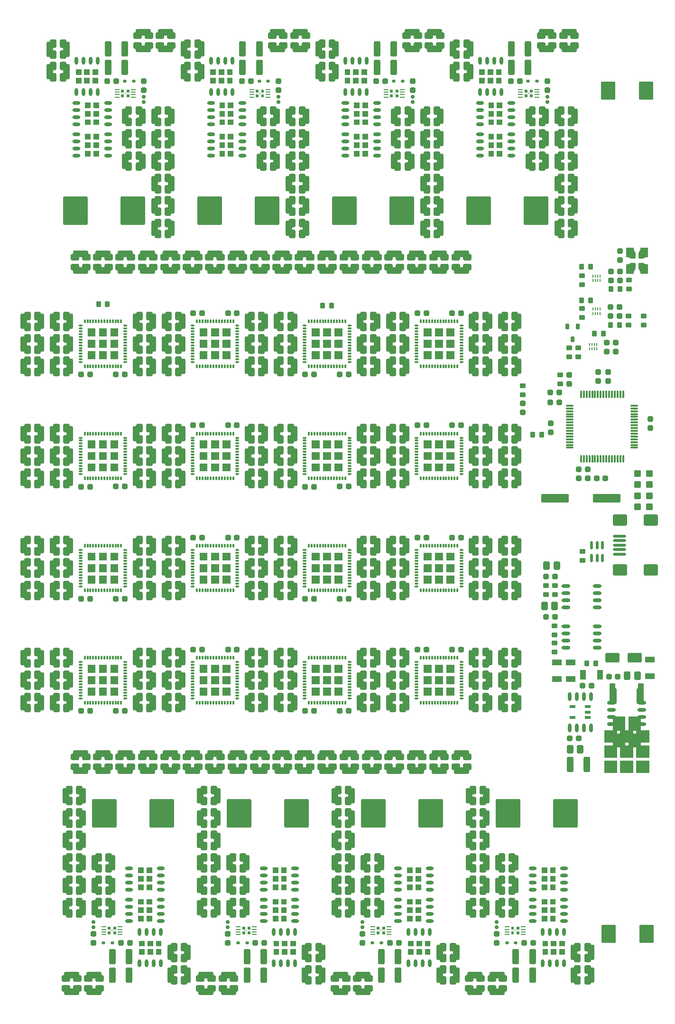
<source format=gtp>
%FSLAX44Y44*%
%MOMM*%
G71*
G01*
G75*
G04 Layer_Color=8421504*
%ADD10C,0.5000*%
G04:AMPARAMS|DCode=11|XSize=1mm|YSize=0.95mm|CornerRadius=0.1995mm|HoleSize=0mm|Usage=FLASHONLY|Rotation=180.000|XOffset=0mm|YOffset=0mm|HoleType=Round|Shape=RoundedRectangle|*
%AMROUNDEDRECTD11*
21,1,1.0000,0.5510,0,0,180.0*
21,1,0.6010,0.9500,0,0,180.0*
1,1,0.3990,-0.3005,0.2755*
1,1,0.3990,0.3005,0.2755*
1,1,0.3990,0.3005,-0.2755*
1,1,0.3990,-0.3005,-0.2755*
%
%ADD11ROUNDEDRECTD11*%
G04:AMPARAMS|DCode=12|XSize=1mm|YSize=0.95mm|CornerRadius=0.1995mm|HoleSize=0mm|Usage=FLASHONLY|Rotation=270.000|XOffset=0mm|YOffset=0mm|HoleType=Round|Shape=RoundedRectangle|*
%AMROUNDEDRECTD12*
21,1,1.0000,0.5510,0,0,270.0*
21,1,0.6010,0.9500,0,0,270.0*
1,1,0.3990,-0.2755,-0.3005*
1,1,0.3990,-0.2755,0.3005*
1,1,0.3990,0.2755,0.3005*
1,1,0.3990,0.2755,-0.3005*
%
%ADD12ROUNDEDRECTD12*%
G04:AMPARAMS|DCode=13|XSize=2.7mm|YSize=1.15mm|CornerRadius=0.2013mm|HoleSize=0mm|Usage=FLASHONLY|Rotation=270.000|XOffset=0mm|YOffset=0mm|HoleType=Round|Shape=RoundedRectangle|*
%AMROUNDEDRECTD13*
21,1,2.7000,0.7475,0,0,270.0*
21,1,2.2975,1.1500,0,0,270.0*
1,1,0.4025,-0.3738,-1.1487*
1,1,0.4025,-0.3738,1.1487*
1,1,0.4025,0.3738,1.1487*
1,1,0.4025,0.3738,-1.1487*
%
%ADD13ROUNDEDRECTD13*%
G04:AMPARAMS|DCode=14|XSize=1.45mm|YSize=1.15mm|CornerRadius=0.2013mm|HoleSize=0mm|Usage=FLASHONLY|Rotation=90.000|XOffset=0mm|YOffset=0mm|HoleType=Round|Shape=RoundedRectangle|*
%AMROUNDEDRECTD14*
21,1,1.4500,0.7475,0,0,90.0*
21,1,1.0475,1.1500,0,0,90.0*
1,1,0.4025,0.3738,0.5238*
1,1,0.4025,0.3738,-0.5238*
1,1,0.4025,-0.3738,-0.5238*
1,1,0.4025,-0.3738,0.5238*
%
%ADD14ROUNDEDRECTD14*%
G04:AMPARAMS|DCode=15|XSize=0.62mm|YSize=0.62mm|CornerRadius=0.1488mm|HoleSize=0mm|Usage=FLASHONLY|Rotation=180.000|XOffset=0mm|YOffset=0mm|HoleType=Round|Shape=RoundedRectangle|*
%AMROUNDEDRECTD15*
21,1,0.6200,0.3224,0,0,180.0*
21,1,0.3224,0.6200,0,0,180.0*
1,1,0.2976,-0.1612,0.1612*
1,1,0.2976,0.1612,0.1612*
1,1,0.2976,0.1612,-0.1612*
1,1,0.2976,-0.1612,-0.1612*
%
%ADD15ROUNDEDRECTD15*%
G04:AMPARAMS|DCode=16|XSize=2.7mm|YSize=1.15mm|CornerRadius=0.2013mm|HoleSize=0mm|Usage=FLASHONLY|Rotation=0.000|XOffset=0mm|YOffset=0mm|HoleType=Round|Shape=RoundedRectangle|*
%AMROUNDEDRECTD16*
21,1,2.7000,0.7475,0,0,0.0*
21,1,2.2975,1.1500,0,0,0.0*
1,1,0.4025,1.1487,-0.3738*
1,1,0.4025,-1.1487,-0.3738*
1,1,0.4025,-1.1487,0.3738*
1,1,0.4025,1.1487,0.3738*
%
%ADD16ROUNDEDRECTD16*%
G04:AMPARAMS|DCode=17|XSize=1.45mm|YSize=1.15mm|CornerRadius=0.2013mm|HoleSize=0mm|Usage=FLASHONLY|Rotation=0.000|XOffset=0mm|YOffset=0mm|HoleType=Round|Shape=RoundedRectangle|*
%AMROUNDEDRECTD17*
21,1,1.4500,0.7475,0,0,0.0*
21,1,1.0475,1.1500,0,0,0.0*
1,1,0.4025,0.5238,-0.3738*
1,1,0.4025,-0.5238,-0.3738*
1,1,0.4025,-0.5238,0.3738*
1,1,0.4025,0.5238,0.3738*
%
%ADD17ROUNDEDRECTD17*%
G04:AMPARAMS|DCode=18|XSize=1.2mm|YSize=1.2mm|CornerRadius=0.198mm|HoleSize=0mm|Usage=FLASHONLY|Rotation=180.000|XOffset=0mm|YOffset=0mm|HoleType=Round|Shape=RoundedRectangle|*
%AMROUNDEDRECTD18*
21,1,1.2000,0.8040,0,0,180.0*
21,1,0.8040,1.2000,0,0,180.0*
1,1,0.3960,-0.4020,0.4020*
1,1,0.3960,0.4020,0.4020*
1,1,0.3960,0.4020,-0.4020*
1,1,0.3960,-0.4020,-0.4020*
%
%ADD18ROUNDEDRECTD18*%
G04:AMPARAMS|DCode=19|XSize=1.45mm|YSize=0.5mm|CornerRadius=0.2mm|HoleSize=0mm|Usage=FLASHONLY|Rotation=270.000|XOffset=0mm|YOffset=0mm|HoleType=Round|Shape=RoundedRectangle|*
%AMROUNDEDRECTD19*
21,1,1.4500,0.1000,0,0,270.0*
21,1,1.0500,0.5000,0,0,270.0*
1,1,0.4000,-0.0500,-0.5250*
1,1,0.4000,-0.0500,0.5250*
1,1,0.4000,0.0500,0.5250*
1,1,0.4000,0.0500,-0.5250*
%
%ADD19ROUNDEDRECTD19*%
G04:AMPARAMS|DCode=20|XSize=2.5mm|YSize=1.7mm|CornerRadius=0.204mm|HoleSize=0mm|Usage=FLASHONLY|Rotation=0.000|XOffset=0mm|YOffset=0mm|HoleType=Round|Shape=RoundedRectangle|*
%AMROUNDEDRECTD20*
21,1,2.5000,1.2920,0,0,0.0*
21,1,2.0920,1.7000,0,0,0.0*
1,1,0.4080,1.0460,-0.6460*
1,1,0.4080,-1.0460,-0.6460*
1,1,0.4080,-1.0460,0.6460*
1,1,0.4080,1.0460,0.6460*
%
%ADD20ROUNDEDRECTD20*%
G04:AMPARAMS|DCode=21|XSize=0.65mm|YSize=0.5mm|CornerRadius=0.2mm|HoleSize=0mm|Usage=FLASHONLY|Rotation=180.000|XOffset=0mm|YOffset=0mm|HoleType=Round|Shape=RoundedRectangle|*
%AMROUNDEDRECTD21*
21,1,0.6500,0.1000,0,0,180.0*
21,1,0.2500,0.5000,0,0,180.0*
1,1,0.4000,-0.1250,0.0500*
1,1,0.4000,0.1250,0.0500*
1,1,0.4000,0.1250,-0.0500*
1,1,0.4000,-0.1250,-0.0500*
%
%ADD21ROUNDEDRECTD21*%
G04:AMPARAMS|DCode=22|XSize=3.3mm|YSize=2.5mm|CornerRadius=0.2mm|HoleSize=0mm|Usage=FLASHONLY|Rotation=270.000|XOffset=0mm|YOffset=0mm|HoleType=Round|Shape=RoundedRectangle|*
%AMROUNDEDRECTD22*
21,1,3.3000,2.1000,0,0,270.0*
21,1,2.9000,2.5000,0,0,270.0*
1,1,0.4000,-1.0500,-1.4500*
1,1,0.4000,-1.0500,1.4500*
1,1,0.4000,1.0500,1.4500*
1,1,0.4000,1.0500,-1.4500*
%
%ADD22ROUNDEDRECTD22*%
%ADD23C,1.0000*%
G04:AMPARAMS|DCode=24|XSize=2.5mm|YSize=2mm|CornerRadius=0.2mm|HoleSize=0mm|Usage=FLASHONLY|Rotation=180.000|XOffset=0mm|YOffset=0mm|HoleType=Round|Shape=RoundedRectangle|*
%AMROUNDEDRECTD24*
21,1,2.5000,1.6000,0,0,180.0*
21,1,2.1000,2.0000,0,0,180.0*
1,1,0.4000,-1.0500,0.8000*
1,1,0.4000,1.0500,0.8000*
1,1,0.4000,1.0500,-0.8000*
1,1,0.4000,-1.0500,-0.8000*
%
%ADD24ROUNDEDRECTD24*%
G04:AMPARAMS|DCode=25|XSize=2.3mm|YSize=0.5mm|CornerRadius=0.2mm|HoleSize=0mm|Usage=FLASHONLY|Rotation=180.000|XOffset=0mm|YOffset=0mm|HoleType=Round|Shape=RoundedRectangle|*
%AMROUNDEDRECTD25*
21,1,2.3000,0.1000,0,0,180.0*
21,1,1.9000,0.5000,0,0,180.0*
1,1,0.4000,-0.9500,0.0500*
1,1,0.4000,0.9500,0.0500*
1,1,0.4000,0.9500,-0.0500*
1,1,0.4000,-0.9500,-0.0500*
%
%ADD25ROUNDEDRECTD25*%
G04:AMPARAMS|DCode=26|XSize=5.1mm|YSize=4.35mm|CornerRadius=0.1958mm|HoleSize=0mm|Usage=FLASHONLY|Rotation=270.000|XOffset=0mm|YOffset=0mm|HoleType=Round|Shape=RoundedRectangle|*
%AMROUNDEDRECTD26*
21,1,5.1000,3.9585,0,0,270.0*
21,1,4.7085,4.3500,0,0,270.0*
1,1,0.3915,-1.9792,-2.3542*
1,1,0.3915,-1.9792,2.3542*
1,1,0.3915,1.9792,2.3542*
1,1,0.3915,1.9792,-2.3542*
%
%ADD26ROUNDEDRECTD26*%
%ADD27O,0.6000X1.4000*%
%ADD28O,1.4000X0.6000*%
G04:AMPARAMS|DCode=29|XSize=1.05mm|YSize=0.65mm|CornerRadius=0.2015mm|HoleSize=0mm|Usage=FLASHONLY|Rotation=270.000|XOffset=0mm|YOffset=0mm|HoleType=Round|Shape=RoundedRectangle|*
%AMROUNDEDRECTD29*
21,1,1.0500,0.2470,0,0,270.0*
21,1,0.6470,0.6500,0,0,270.0*
1,1,0.4030,-0.1235,-0.3235*
1,1,0.4030,-0.1235,0.3235*
1,1,0.4030,0.1235,0.3235*
1,1,0.4030,0.1235,-0.3235*
%
%ADD29ROUNDEDRECTD29*%
G04:AMPARAMS|DCode=30|XSize=1mm|YSize=0.9mm|CornerRadius=0.198mm|HoleSize=0mm|Usage=FLASHONLY|Rotation=270.000|XOffset=0mm|YOffset=0mm|HoleType=Round|Shape=RoundedRectangle|*
%AMROUNDEDRECTD30*
21,1,1.0000,0.5040,0,0,270.0*
21,1,0.6040,0.9000,0,0,270.0*
1,1,0.3960,-0.2520,-0.3020*
1,1,0.3960,-0.2520,0.3020*
1,1,0.3960,0.2520,0.3020*
1,1,0.3960,0.2520,-0.3020*
%
%ADD30ROUNDEDRECTD30*%
G04:AMPARAMS|DCode=31|XSize=1mm|YSize=0.9mm|CornerRadius=0.198mm|HoleSize=0mm|Usage=FLASHONLY|Rotation=180.000|XOffset=0mm|YOffset=0mm|HoleType=Round|Shape=RoundedRectangle|*
%AMROUNDEDRECTD31*
21,1,1.0000,0.5040,0,0,180.0*
21,1,0.6040,0.9000,0,0,180.0*
1,1,0.3960,-0.3020,0.2520*
1,1,0.3960,0.3020,0.2520*
1,1,0.3960,0.3020,-0.2520*
1,1,0.3960,-0.3020,-0.2520*
%
%ADD31ROUNDEDRECTD31*%
G04:AMPARAMS|DCode=32|XSize=1.75mm|YSize=1.05mm|CornerRadius=0.1995mm|HoleSize=0mm|Usage=FLASHONLY|Rotation=270.000|XOffset=0mm|YOffset=0mm|HoleType=Round|Shape=RoundedRectangle|*
%AMROUNDEDRECTD32*
21,1,1.7500,0.6510,0,0,270.0*
21,1,1.3510,1.0500,0,0,270.0*
1,1,0.3990,-0.3255,-0.6755*
1,1,0.3990,-0.3255,0.6755*
1,1,0.3990,0.3255,0.6755*
1,1,0.3990,0.3255,-0.6755*
%
%ADD32ROUNDEDRECTD32*%
G04:AMPARAMS|DCode=33|XSize=1.75mm|YSize=1.05mm|CornerRadius=0.1995mm|HoleSize=0mm|Usage=FLASHONLY|Rotation=180.000|XOffset=0mm|YOffset=0mm|HoleType=Round|Shape=RoundedRectangle|*
%AMROUNDEDRECTD33*
21,1,1.7500,0.6510,0,0,180.0*
21,1,1.3510,1.0500,0,0,180.0*
1,1,0.3990,-0.6755,0.3255*
1,1,0.3990,0.6755,0.3255*
1,1,0.3990,0.6755,-0.3255*
1,1,0.3990,-0.6755,-0.3255*
%
%ADD33ROUNDEDRECTD33*%
G04:AMPARAMS|DCode=34|XSize=1.1mm|YSize=0.55mm|CornerRadius=0.2008mm|HoleSize=0mm|Usage=FLASHONLY|Rotation=180.000|XOffset=0mm|YOffset=0mm|HoleType=Round|Shape=RoundedRectangle|*
%AMROUNDEDRECTD34*
21,1,1.1000,0.1485,0,0,180.0*
21,1,0.6985,0.5500,0,0,180.0*
1,1,0.4015,-0.3493,0.0743*
1,1,0.4015,0.3493,0.0743*
1,1,0.4015,0.3493,-0.0743*
1,1,0.4015,-0.3493,-0.0743*
%
%ADD34ROUNDEDRECTD34*%
%ADD35O,0.6000X1.5500*%
G04:AMPARAMS|DCode=36|XSize=9.1mm|YSize=8.65mm|CornerRadius=0.2163mm|HoleSize=0mm|Usage=FLASHONLY|Rotation=0.000|XOffset=0mm|YOffset=0mm|HoleType=Round|Shape=RoundedRectangle|*
%AMROUNDEDRECTD36*
21,1,9.1000,8.2175,0,0,0.0*
21,1,8.6675,8.6500,0,0,0.0*
1,1,0.4325,4.3338,-4.1087*
1,1,0.4325,-4.3338,-4.1087*
1,1,0.4325,-4.3338,4.1087*
1,1,0.4325,4.3338,4.1087*
%
%ADD36ROUNDEDRECTD36*%
G04:AMPARAMS|DCode=37|XSize=3.75mm|YSize=1.05mm|CornerRadius=0.1995mm|HoleSize=0mm|Usage=FLASHONLY|Rotation=270.000|XOffset=0mm|YOffset=0mm|HoleType=Round|Shape=RoundedRectangle|*
%AMROUNDEDRECTD37*
21,1,3.7500,0.6510,0,0,270.0*
21,1,3.3510,1.0500,0,0,270.0*
1,1,0.3990,-0.3255,-1.6755*
1,1,0.3990,-0.3255,1.6755*
1,1,0.3990,0.3255,1.6755*
1,1,0.3990,0.3255,-1.6755*
%
%ADD37ROUNDEDRECTD37*%
G04:AMPARAMS|DCode=38|XSize=6.45mm|YSize=6mm|CornerRadius=0.21mm|HoleSize=0mm|Usage=FLASHONLY|Rotation=270.000|XOffset=0mm|YOffset=0mm|HoleType=Round|Shape=RoundedRectangle|*
%AMROUNDEDRECTD38*
21,1,6.4500,5.5800,0,0,270.0*
21,1,6.0300,6.0000,0,0,270.0*
1,1,0.4200,-2.7900,-3.0150*
1,1,0.4200,-2.7900,3.0150*
1,1,0.4200,2.7900,3.0150*
1,1,0.4200,2.7900,-3.0150*
%
%ADD38ROUNDEDRECTD38*%
G04:AMPARAMS|DCode=39|XSize=2.85mm|YSize=1mm|CornerRadius=0.2mm|HoleSize=0mm|Usage=FLASHONLY|Rotation=270.000|XOffset=0mm|YOffset=0mm|HoleType=Round|Shape=RoundedRectangle|*
%AMROUNDEDRECTD39*
21,1,2.8500,0.6000,0,0,270.0*
21,1,2.4500,1.0000,0,0,270.0*
1,1,0.4000,-0.3000,-1.2250*
1,1,0.4000,-0.3000,1.2250*
1,1,0.4000,0.3000,1.2250*
1,1,0.4000,0.3000,-1.2250*
%
%ADD39ROUNDEDRECTD39*%
%ADD40O,1.5500X0.6000*%
%ADD41O,0.3000X1.5000*%
%ADD42O,1.5000X0.3000*%
%ADD43O,0.8500X0.2500*%
%ADD44C,0.2000*%
%ADD45R,0.2000X0.5500*%
G04:AMPARAMS|DCode=46|XSize=4.9mm|YSize=1.6mm|CornerRadius=0.2mm|HoleSize=0mm|Usage=FLASHONLY|Rotation=0.000|XOffset=0mm|YOffset=0mm|HoleType=Round|Shape=RoundedRectangle|*
%AMROUNDEDRECTD46*
21,1,4.9000,1.2000,0,0,0.0*
21,1,4.5000,1.6000,0,0,0.0*
1,1,0.4000,2.2500,-0.6000*
1,1,0.4000,-2.2500,-0.6000*
1,1,0.4000,-2.2500,0.6000*
1,1,0.4000,2.2500,0.6000*
%
%ADD46ROUNDEDRECTD46*%
G04:AMPARAMS|DCode=47|XSize=1.75mm|YSize=1.4mm|CornerRadius=0.203mm|HoleSize=0mm|Usage=FLASHONLY|Rotation=90.000|XOffset=0mm|YOffset=0mm|HoleType=Round|Shape=RoundedRectangle|*
%AMROUNDEDRECTD47*
21,1,1.7500,0.9940,0,0,90.0*
21,1,1.3440,1.4000,0,0,90.0*
1,1,0.4060,0.4970,0.6720*
1,1,0.4060,0.4970,-0.6720*
1,1,0.4060,-0.4970,-0.6720*
1,1,0.4060,-0.4970,0.6720*
%
%ADD47ROUNDEDRECTD47*%
G04:AMPARAMS|DCode=48|XSize=1.4mm|YSize=1.2mm|CornerRadius=0.198mm|HoleSize=0mm|Usage=FLASHONLY|Rotation=90.000|XOffset=0mm|YOffset=0mm|HoleType=Round|Shape=RoundedRectangle|*
%AMROUNDEDRECTD48*
21,1,1.4000,0.8040,0,0,90.0*
21,1,1.0040,1.2000,0,0,90.0*
1,1,0.3960,0.4020,0.5020*
1,1,0.3960,0.4020,-0.5020*
1,1,0.3960,-0.4020,-0.5020*
1,1,0.3960,-0.4020,0.5020*
%
%ADD48ROUNDEDRECTD48*%
G04:AMPARAMS|DCode=49|XSize=1.15mm|YSize=1.05mm|CornerRadius=0.1995mm|HoleSize=0mm|Usage=FLASHONLY|Rotation=90.000|XOffset=0mm|YOffset=0mm|HoleType=Round|Shape=RoundedRectangle|*
%AMROUNDEDRECTD49*
21,1,1.1500,0.6510,0,0,90.0*
21,1,0.7510,1.0500,0,0,90.0*
1,1,0.3990,0.3255,0.3755*
1,1,0.3990,0.3255,-0.3755*
1,1,0.3990,-0.3255,-0.3755*
1,1,0.3990,-0.3255,0.3755*
%
%ADD49ROUNDEDRECTD49*%
%ADD50O,0.3000X0.8000*%
%ADD51O,0.8000X0.3000*%
%ADD52R,0.3500X0.3500*%
%ADD53C,0.2500*%
%ADD54C,0.5000*%
%ADD55C,0.4000*%
%ADD56C,0.3000*%
%ADD57C,1.0000*%
%ADD58C,2.0000*%
%ADD59C,0.2000*%
%ADD60C,2.5000*%
%ADD61C,1.8500*%
%ADD62C,1.9000*%
%ADD63C,7.0000*%
%ADD64C,0.6000*%
%ADD65C,5.0000*%
%ADD66C,0.1500*%
%ADD67C,0.0375*%
%ADD68C,0.0425*%
%ADD69C,0.0250*%
%ADD70C,0.0000*%
G36*
X386700Y572900D02*
X372500D01*
Y587100D01*
X386700D01*
Y572900D01*
D02*
G37*
G36*
X227500D02*
X213300D01*
Y587100D01*
X227500D01*
Y572900D01*
D02*
G37*
G36*
X407100D02*
X392900D01*
Y587100D01*
X407100D01*
Y572900D01*
D02*
G37*
G36*
X586700D02*
X572500D01*
Y587100D01*
X586700D01*
Y572900D01*
D02*
G37*
G36*
X427500D02*
X413300D01*
Y587100D01*
X427500D01*
Y572900D01*
D02*
G37*
G36*
X807100Y552500D02*
X792900D01*
Y566700D01*
X807100D01*
Y552500D01*
D02*
G37*
G36*
X786700D02*
X772500D01*
Y566700D01*
X786700D01*
Y552500D01*
D02*
G37*
G36*
X827500D02*
X813300D01*
Y566700D01*
X827500D01*
Y552500D01*
D02*
G37*
G36*
X207100Y572900D02*
X192900D01*
Y587100D01*
X207100D01*
Y572900D01*
D02*
G37*
G36*
X186700D02*
X172500D01*
Y587100D01*
X186700D01*
Y572900D01*
D02*
G37*
G36*
X207100Y593300D02*
X192900D01*
Y607500D01*
X207100D01*
Y593300D01*
D02*
G37*
G36*
X186700D02*
X172500D01*
Y607500D01*
X186700D01*
Y593300D01*
D02*
G37*
G36*
X227500D02*
X213300D01*
Y607500D01*
X227500D01*
Y593300D01*
D02*
G37*
G36*
X407100D02*
X392900D01*
Y607500D01*
X407100D01*
Y593300D01*
D02*
G37*
G36*
X386700D02*
X372500D01*
Y607500D01*
X386700D01*
Y593300D01*
D02*
G37*
G36*
X627500Y572900D02*
X613300D01*
Y587100D01*
X627500D01*
Y572900D01*
D02*
G37*
G36*
X607100D02*
X592900D01*
Y587100D01*
X607100D01*
Y572900D01*
D02*
G37*
G36*
X786700D02*
X772500D01*
Y587100D01*
X786700D01*
Y572900D01*
D02*
G37*
G36*
X827500D02*
X813300D01*
Y587100D01*
X827500D01*
Y572900D01*
D02*
G37*
G36*
X807100D02*
X792900D01*
Y587100D01*
X807100D01*
Y572900D01*
D02*
G37*
G36*
X1008000Y235500D02*
X998000D01*
Y245500D01*
X1008000D01*
Y235500D01*
D02*
G37*
G36*
X993000D02*
X983000D01*
Y245500D01*
X993000D01*
Y235500D01*
D02*
G37*
G36*
X1118200Y414200D02*
X1094600D01*
Y436400D01*
X1118200D01*
Y414200D01*
D02*
G37*
G36*
X1175400D02*
X1151800D01*
Y436400D01*
X1175400D01*
Y414200D01*
D02*
G37*
G36*
X1146800D02*
X1123200D01*
Y436400D01*
X1146800D01*
Y414200D01*
D02*
G37*
G36*
X513000Y235500D02*
X503000D01*
Y245500D01*
X513000D01*
Y235500D01*
D02*
G37*
G36*
X288000D02*
X278000D01*
Y245500D01*
X288000D01*
Y235500D01*
D02*
G37*
G36*
X528000D02*
X518000D01*
Y245500D01*
X528000D01*
Y235500D01*
D02*
G37*
G36*
X768000D02*
X758000D01*
Y245500D01*
X768000D01*
Y235500D01*
D02*
G37*
G36*
X753000D02*
X743000D01*
Y245500D01*
X753000D01*
Y235500D01*
D02*
G37*
G36*
X427500Y552500D02*
X413300D01*
Y566700D01*
X427500D01*
Y552500D01*
D02*
G37*
G36*
X407100D02*
X392900D01*
Y566700D01*
X407100D01*
Y552500D01*
D02*
G37*
G36*
X586700D02*
X572500D01*
Y566700D01*
X586700D01*
Y552500D01*
D02*
G37*
G36*
X627500D02*
X613300D01*
Y566700D01*
X627500D01*
Y552500D01*
D02*
G37*
G36*
X607100D02*
X592900D01*
Y566700D01*
X607100D01*
Y552500D01*
D02*
G37*
G36*
X186700D02*
X172500D01*
Y566700D01*
X186700D01*
Y552500D01*
D02*
G37*
G36*
X1160000Y490800D02*
X1175400D01*
Y468600D01*
X1160000D01*
Y463600D01*
X1175400D01*
Y441400D01*
X1151800D01*
Y460000D01*
X1146800D01*
Y441400D01*
X1123200D01*
Y460000D01*
X1118200D01*
Y441400D01*
X1094600D01*
Y463600D01*
X1110000D01*
Y468600D01*
X1094600D01*
Y490800D01*
X1110000D01*
Y515000D01*
X1132000D01*
Y490800D01*
X1138000D01*
Y515000D01*
X1160000D01*
Y490800D01*
D02*
G37*
G36*
X207100Y552500D02*
X192900D01*
Y566700D01*
X207100D01*
Y552500D01*
D02*
G37*
G36*
X386700D02*
X372500D01*
Y566700D01*
X386700D01*
Y552500D01*
D02*
G37*
G36*
X227500D02*
X213300D01*
Y566700D01*
X227500D01*
Y552500D01*
D02*
G37*
G36*
X427500Y593300D02*
X413300D01*
Y607500D01*
X427500D01*
Y593300D01*
D02*
G37*
G36*
X627500Y772900D02*
X613300D01*
Y787100D01*
X627500D01*
Y772900D01*
D02*
G37*
G36*
X607100D02*
X592900D01*
Y787100D01*
X607100D01*
Y772900D01*
D02*
G37*
G36*
X786700D02*
X772500D01*
Y787100D01*
X786700D01*
Y772900D01*
D02*
G37*
G36*
X827500D02*
X813300D01*
Y787100D01*
X827500D01*
Y772900D01*
D02*
G37*
G36*
X807100D02*
X792900D01*
Y787100D01*
X807100D01*
Y772900D01*
D02*
G37*
G36*
X386700D02*
X372500D01*
Y787100D01*
X386700D01*
Y772900D01*
D02*
G37*
G36*
X227500D02*
X213300D01*
Y787100D01*
X227500D01*
Y772900D01*
D02*
G37*
G36*
X407100D02*
X392900D01*
Y787100D01*
X407100D01*
Y772900D01*
D02*
G37*
G36*
X586700D02*
X572500D01*
Y787100D01*
X586700D01*
Y772900D01*
D02*
G37*
G36*
X427500D02*
X413300D01*
Y787100D01*
X427500D01*
Y772900D01*
D02*
G37*
G36*
X586700Y793300D02*
X572500D01*
Y807500D01*
X586700D01*
Y793300D01*
D02*
G37*
G36*
X427500D02*
X413300D01*
Y807500D01*
X427500D01*
Y793300D01*
D02*
G37*
G36*
X607100D02*
X592900D01*
Y807500D01*
X607100D01*
Y793300D01*
D02*
G37*
G36*
X786700D02*
X772500D01*
Y807500D01*
X786700D01*
Y793300D01*
D02*
G37*
G36*
X627500D02*
X613300D01*
Y807500D01*
X627500D01*
Y793300D01*
D02*
G37*
G36*
X207100D02*
X192900D01*
Y807500D01*
X207100D01*
Y793300D01*
D02*
G37*
G36*
X186700D02*
X172500D01*
Y807500D01*
X186700D01*
Y793300D01*
D02*
G37*
G36*
X227500D02*
X213300D01*
Y807500D01*
X227500D01*
Y793300D01*
D02*
G37*
G36*
X407100D02*
X392900D01*
Y807500D01*
X407100D01*
Y793300D01*
D02*
G37*
G36*
X386700D02*
X372500D01*
Y807500D01*
X386700D01*
Y793300D01*
D02*
G37*
G36*
X186700Y752500D02*
X172500D01*
Y766700D01*
X186700D01*
Y752500D01*
D02*
G37*
G36*
X827500Y593300D02*
X813300D01*
Y607500D01*
X827500D01*
Y593300D01*
D02*
G37*
G36*
X207100Y752500D02*
X192900D01*
Y766700D01*
X207100D01*
Y752500D01*
D02*
G37*
G36*
X386700D02*
X372500D01*
Y766700D01*
X386700D01*
Y752500D01*
D02*
G37*
G36*
X227500D02*
X213300D01*
Y766700D01*
X227500D01*
Y752500D01*
D02*
G37*
G36*
X607100Y593300D02*
X592900D01*
Y607500D01*
X607100D01*
Y593300D01*
D02*
G37*
G36*
X586700D02*
X572500D01*
Y607500D01*
X586700D01*
Y593300D01*
D02*
G37*
G36*
X627500D02*
X613300D01*
Y607500D01*
X627500D01*
Y593300D01*
D02*
G37*
G36*
X807100D02*
X792900D01*
Y607500D01*
X807100D01*
Y593300D01*
D02*
G37*
G36*
X786700D02*
X772500D01*
Y607500D01*
X786700D01*
Y593300D01*
D02*
G37*
G36*
X807100Y752500D02*
X792900D01*
Y766700D01*
X807100D01*
Y752500D01*
D02*
G37*
G36*
X786700D02*
X772500D01*
Y766700D01*
X786700D01*
Y752500D01*
D02*
G37*
G36*
X827500D02*
X813300D01*
Y766700D01*
X827500D01*
Y752500D01*
D02*
G37*
G36*
X207100Y772900D02*
X192900D01*
Y787100D01*
X207100D01*
Y772900D01*
D02*
G37*
G36*
X186700D02*
X172500D01*
Y787100D01*
X186700D01*
Y772900D01*
D02*
G37*
G36*
X427500Y752500D02*
X413300D01*
Y766700D01*
X427500D01*
Y752500D01*
D02*
G37*
G36*
X407100D02*
X392900D01*
Y766700D01*
X407100D01*
Y752500D01*
D02*
G37*
G36*
X586700D02*
X572500D01*
Y766700D01*
X586700D01*
Y752500D01*
D02*
G37*
G36*
X627500D02*
X613300D01*
Y766700D01*
X627500D01*
Y752500D01*
D02*
G37*
G36*
X607100D02*
X592900D01*
Y766700D01*
X607100D01*
Y752500D01*
D02*
G37*
G36*
X453600Y126300D02*
X448600D01*
Y131300D01*
X453600D01*
Y126300D01*
D02*
G37*
G36*
X223400D02*
X218400D01*
Y131300D01*
X223400D01*
Y126300D01*
D02*
G37*
G36*
X463400D02*
X458400D01*
Y131300D01*
X463400D01*
Y126300D01*
D02*
G37*
G36*
X703400D02*
X698400D01*
Y131300D01*
X703400D01*
Y126300D01*
D02*
G37*
G36*
X693600D02*
X688600D01*
Y131300D01*
X693600D01*
Y126300D01*
D02*
G37*
G36*
X994500Y105000D02*
X984500D01*
Y115000D01*
X994500D01*
Y105000D01*
D02*
G37*
G36*
X784500D02*
X774500D01*
Y115000D01*
X784500D01*
Y105000D01*
D02*
G37*
G36*
X1009500D02*
X999500D01*
Y115000D01*
X1009500D01*
Y105000D01*
D02*
G37*
G36*
X213600Y126300D02*
X208600D01*
Y131300D01*
X213600D01*
Y126300D01*
D02*
G37*
G36*
X1024500Y105000D02*
X1014500D01*
Y115000D01*
X1024500D01*
Y105000D01*
D02*
G37*
G36*
X693600Y134700D02*
X688600D01*
Y139700D01*
X693600D01*
Y134700D01*
D02*
G37*
G36*
X463400D02*
X458400D01*
Y139700D01*
X463400D01*
Y134700D01*
D02*
G37*
G36*
X703400D02*
X698400D01*
Y139700D01*
X703400D01*
Y134700D01*
D02*
G37*
G36*
X943400D02*
X938400D01*
Y139700D01*
X943400D01*
Y134700D01*
D02*
G37*
G36*
X933600D02*
X928600D01*
Y139700D01*
X933600D01*
Y134700D01*
D02*
G37*
G36*
X943400Y126300D02*
X938400D01*
Y131300D01*
X943400D01*
Y126300D01*
D02*
G37*
G36*
X933600D02*
X928600D01*
Y131300D01*
X933600D01*
Y126300D01*
D02*
G37*
G36*
X213600Y134700D02*
X208600D01*
Y139700D01*
X213600D01*
Y134700D01*
D02*
G37*
G36*
X453600D02*
X448600D01*
Y139700D01*
X453600D01*
Y134700D01*
D02*
G37*
G36*
X223400D02*
X218400D01*
Y139700D01*
X223400D01*
Y134700D01*
D02*
G37*
G36*
X754500Y90000D02*
X744500D01*
Y100000D01*
X754500D01*
Y90000D01*
D02*
G37*
G36*
X544500D02*
X534500D01*
Y100000D01*
X544500D01*
Y90000D01*
D02*
G37*
G36*
X769500D02*
X759500D01*
Y100000D01*
X769500D01*
Y90000D01*
D02*
G37*
G36*
X994500D02*
X984500D01*
Y100000D01*
X994500D01*
Y90000D01*
D02*
G37*
G36*
X784500D02*
X774500D01*
Y100000D01*
X784500D01*
Y90000D01*
D02*
G37*
G36*
X289500D02*
X279500D01*
Y100000D01*
X289500D01*
Y90000D01*
D02*
G37*
G36*
X274500D02*
X264500D01*
Y100000D01*
X274500D01*
Y90000D01*
D02*
G37*
G36*
X304500D02*
X294500D01*
Y100000D01*
X304500D01*
Y90000D01*
D02*
G37*
G36*
X529500D02*
X519500D01*
Y100000D01*
X529500D01*
Y90000D01*
D02*
G37*
G36*
X514500D02*
X504500D01*
Y100000D01*
X514500D01*
Y90000D01*
D02*
G37*
G36*
X529500Y105000D02*
X519500D01*
Y115000D01*
X529500D01*
Y105000D01*
D02*
G37*
G36*
X514500D02*
X504500D01*
Y115000D01*
X514500D01*
Y105000D01*
D02*
G37*
G36*
X544500D02*
X534500D01*
Y115000D01*
X544500D01*
Y105000D01*
D02*
G37*
G36*
X769500D02*
X759500D01*
Y115000D01*
X769500D01*
Y105000D01*
D02*
G37*
G36*
X754500D02*
X744500D01*
Y115000D01*
X754500D01*
Y105000D01*
D02*
G37*
G36*
X1024500Y90000D02*
X1014500D01*
Y100000D01*
X1024500D01*
Y90000D01*
D02*
G37*
G36*
X1009500D02*
X999500D01*
Y100000D01*
X1009500D01*
Y90000D01*
D02*
G37*
G36*
X274500Y105000D02*
X264500D01*
Y115000D01*
X274500D01*
Y105000D01*
D02*
G37*
G36*
X304500D02*
X294500D01*
Y115000D01*
X304500D01*
Y105000D01*
D02*
G37*
G36*
X289500D02*
X279500D01*
Y115000D01*
X289500D01*
Y105000D01*
D02*
G37*
G36*
X273000Y149500D02*
X263000D01*
Y159500D01*
X273000D01*
Y149500D01*
D02*
G37*
G36*
X528000Y205500D02*
X518000D01*
Y215500D01*
X528000D01*
Y205500D01*
D02*
G37*
G36*
X513000D02*
X503000D01*
Y215500D01*
X513000D01*
Y205500D01*
D02*
G37*
G36*
X753000D02*
X743000D01*
Y215500D01*
X753000D01*
Y205500D01*
D02*
G37*
G36*
X993000D02*
X983000D01*
Y215500D01*
X993000D01*
Y205500D01*
D02*
G37*
G36*
X768000D02*
X758000D01*
Y215500D01*
X768000D01*
Y205500D01*
D02*
G37*
G36*
X993000Y179500D02*
X983000D01*
Y189500D01*
X993000D01*
Y179500D01*
D02*
G37*
G36*
X768000D02*
X758000D01*
Y189500D01*
X768000D01*
Y179500D01*
D02*
G37*
G36*
X1008000D02*
X998000D01*
Y189500D01*
X1008000D01*
Y179500D01*
D02*
G37*
G36*
X288000Y205500D02*
X278000D01*
Y215500D01*
X288000D01*
Y205500D01*
D02*
G37*
G36*
X273000D02*
X263000D01*
Y215500D01*
X273000D01*
Y205500D01*
D02*
G37*
G36*
X768000Y220500D02*
X758000D01*
Y230500D01*
X768000D01*
Y220500D01*
D02*
G37*
G36*
X753000D02*
X743000D01*
Y230500D01*
X753000D01*
Y220500D01*
D02*
G37*
G36*
X993000D02*
X983000D01*
Y230500D01*
X993000D01*
Y220500D01*
D02*
G37*
G36*
X273000Y235500D02*
X263000D01*
Y245500D01*
X273000D01*
Y235500D01*
D02*
G37*
G36*
X1008000Y220500D02*
X998000D01*
Y230500D01*
X1008000D01*
Y220500D01*
D02*
G37*
G36*
X273000D02*
X263000D01*
Y230500D01*
X273000D01*
Y220500D01*
D02*
G37*
G36*
X1008000Y205500D02*
X998000D01*
Y215500D01*
X1008000D01*
Y205500D01*
D02*
G37*
G36*
X288000Y220500D02*
X278000D01*
Y230500D01*
X288000D01*
Y220500D01*
D02*
G37*
G36*
X528000D02*
X518000D01*
Y230500D01*
X528000D01*
Y220500D01*
D02*
G37*
G36*
X513000D02*
X503000D01*
Y230500D01*
X513000D01*
Y220500D01*
D02*
G37*
G36*
X1008000Y149500D02*
X998000D01*
Y159500D01*
X1008000D01*
Y149500D01*
D02*
G37*
G36*
X993000D02*
X983000D01*
Y159500D01*
X993000D01*
Y149500D01*
D02*
G37*
G36*
X273000Y164500D02*
X263000D01*
Y174500D01*
X273000D01*
Y164500D01*
D02*
G37*
G36*
X513000D02*
X503000D01*
Y174500D01*
X513000D01*
Y164500D01*
D02*
G37*
G36*
X288000D02*
X278000D01*
Y174500D01*
X288000D01*
Y164500D01*
D02*
G37*
G36*
X513000Y149500D02*
X503000D01*
Y159500D01*
X513000D01*
Y149500D01*
D02*
G37*
G36*
X288000D02*
X278000D01*
Y159500D01*
X288000D01*
Y149500D01*
D02*
G37*
G36*
X528000D02*
X518000D01*
Y159500D01*
X528000D01*
Y149500D01*
D02*
G37*
G36*
X768000D02*
X758000D01*
Y159500D01*
X768000D01*
Y149500D01*
D02*
G37*
G36*
X753000D02*
X743000D01*
Y159500D01*
X753000D01*
Y149500D01*
D02*
G37*
G36*
X288000Y179500D02*
X278000D01*
Y189500D01*
X288000D01*
Y179500D01*
D02*
G37*
G36*
X273000D02*
X263000D01*
Y189500D01*
X273000D01*
Y179500D01*
D02*
G37*
G36*
X513000D02*
X503000D01*
Y189500D01*
X513000D01*
Y179500D01*
D02*
G37*
G36*
X753000D02*
X743000D01*
Y189500D01*
X753000D01*
Y179500D01*
D02*
G37*
G36*
X528000D02*
X518000D01*
Y189500D01*
X528000D01*
Y179500D01*
D02*
G37*
G36*
X753000Y164500D02*
X743000D01*
Y174500D01*
X753000D01*
Y164500D01*
D02*
G37*
G36*
X528000D02*
X518000D01*
Y174500D01*
X528000D01*
Y164500D01*
D02*
G37*
G36*
X768000D02*
X758000D01*
Y174500D01*
X768000D01*
Y164500D01*
D02*
G37*
G36*
X1008000D02*
X998000D01*
Y174500D01*
X1008000D01*
Y164500D01*
D02*
G37*
G36*
X993000D02*
X983000D01*
Y174500D01*
X993000D01*
Y164500D01*
D02*
G37*
G36*
X193000Y1585500D02*
X183000D01*
Y1595500D01*
X193000D01*
Y1585500D01*
D02*
G37*
G36*
X178000D02*
X168000D01*
Y1595500D01*
X178000D01*
Y1585500D01*
D02*
G37*
G36*
X418000D02*
X408000D01*
Y1595500D01*
X418000D01*
Y1585500D01*
D02*
G37*
G36*
X658000D02*
X648000D01*
Y1595500D01*
X658000D01*
Y1585500D01*
D02*
G37*
G36*
X433000D02*
X423000D01*
Y1595500D01*
X433000D01*
Y1585500D01*
D02*
G37*
G36*
X658000Y1570500D02*
X648000D01*
Y1580500D01*
X658000D01*
Y1570500D01*
D02*
G37*
G36*
X433000D02*
X423000D01*
Y1580500D01*
X433000D01*
Y1570500D01*
D02*
G37*
G36*
X673000D02*
X663000D01*
Y1580500D01*
X673000D01*
Y1570500D01*
D02*
G37*
G36*
X913000D02*
X903000D01*
Y1580500D01*
X913000D01*
Y1570500D01*
D02*
G37*
G36*
X898000D02*
X888000D01*
Y1580500D01*
X898000D01*
Y1570500D01*
D02*
G37*
G36*
X433000Y1600500D02*
X423000D01*
Y1610500D01*
X433000D01*
Y1600500D01*
D02*
G37*
G36*
X418000D02*
X408000D01*
Y1610500D01*
X418000D01*
Y1600500D01*
D02*
G37*
G36*
X658000D02*
X648000D01*
Y1610500D01*
X658000D01*
Y1600500D01*
D02*
G37*
G36*
X898000D02*
X888000D01*
Y1610500D01*
X898000D01*
Y1600500D01*
D02*
G37*
G36*
X673000D02*
X663000D01*
Y1610500D01*
X673000D01*
Y1600500D01*
D02*
G37*
G36*
X898000Y1585500D02*
X888000D01*
Y1595500D01*
X898000D01*
Y1585500D01*
D02*
G37*
G36*
X673000D02*
X663000D01*
Y1595500D01*
X673000D01*
Y1585500D01*
D02*
G37*
G36*
X913000D02*
X903000D01*
Y1595500D01*
X913000D01*
Y1585500D01*
D02*
G37*
G36*
X193000Y1600500D02*
X183000D01*
Y1610500D01*
X193000D01*
Y1600500D01*
D02*
G37*
G36*
X178000D02*
X168000D01*
Y1610500D01*
X178000D01*
Y1600500D01*
D02*
G37*
G36*
X418000Y1570500D02*
X408000D01*
Y1580500D01*
X418000D01*
Y1570500D01*
D02*
G37*
G36*
X658000Y1529500D02*
X648000D01*
Y1539500D01*
X658000D01*
Y1529500D01*
D02*
G37*
G36*
X433000D02*
X423000D01*
Y1539500D01*
X433000D01*
Y1529500D01*
D02*
G37*
G36*
X673000D02*
X663000D01*
Y1539500D01*
X673000D01*
Y1529500D01*
D02*
G37*
G36*
X913000D02*
X903000D01*
Y1539500D01*
X913000D01*
Y1529500D01*
D02*
G37*
G36*
X898000D02*
X888000D01*
Y1539500D01*
X898000D01*
Y1529500D01*
D02*
G37*
G36*
X913000Y1514500D02*
X903000D01*
Y1524500D01*
X913000D01*
Y1514500D01*
D02*
G37*
G36*
X898000D02*
X888000D01*
Y1524500D01*
X898000D01*
Y1514500D01*
D02*
G37*
G36*
X178000Y1529500D02*
X168000D01*
Y1539500D01*
X178000D01*
Y1529500D01*
D02*
G37*
G36*
X418000D02*
X408000D01*
Y1539500D01*
X418000D01*
Y1529500D01*
D02*
G37*
G36*
X193000D02*
X183000D01*
Y1539500D01*
X193000D01*
Y1529500D01*
D02*
G37*
G36*
X898000Y1544500D02*
X888000D01*
Y1554500D01*
X898000D01*
Y1544500D01*
D02*
G37*
G36*
X673000D02*
X663000D01*
Y1554500D01*
X673000D01*
Y1544500D01*
D02*
G37*
G36*
X913000D02*
X903000D01*
Y1554500D01*
X913000D01*
Y1544500D01*
D02*
G37*
G36*
X193000Y1570500D02*
X183000D01*
Y1580500D01*
X193000D01*
Y1570500D01*
D02*
G37*
G36*
X178000D02*
X168000D01*
Y1580500D01*
X178000D01*
Y1570500D01*
D02*
G37*
G36*
X193000Y1544500D02*
X183000D01*
Y1554500D01*
X193000D01*
Y1544500D01*
D02*
G37*
G36*
X178000D02*
X168000D01*
Y1554500D01*
X178000D01*
Y1544500D01*
D02*
G37*
G36*
X418000D02*
X408000D01*
Y1554500D01*
X418000D01*
Y1544500D01*
D02*
G37*
G36*
X658000D02*
X648000D01*
Y1554500D01*
X658000D01*
Y1544500D01*
D02*
G37*
G36*
X433000D02*
X423000D01*
Y1554500D01*
X433000D01*
Y1544500D01*
D02*
G37*
G36*
X896500Y1645000D02*
X886500D01*
Y1655000D01*
X896500D01*
Y1645000D01*
D02*
G37*
G36*
X881500D02*
X871500D01*
Y1655000D01*
X881500D01*
Y1645000D01*
D02*
G37*
G36*
X911500D02*
X901500D01*
Y1655000D01*
X911500D01*
Y1645000D01*
D02*
G37*
G36*
X176500Y1660000D02*
X166500D01*
Y1670000D01*
X176500D01*
Y1660000D01*
D02*
G37*
G36*
X161500D02*
X151500D01*
Y1670000D01*
X161500D01*
Y1660000D01*
D02*
G37*
G36*
X431500Y1645000D02*
X421500D01*
Y1655000D01*
X431500D01*
Y1645000D01*
D02*
G37*
G36*
X416500D02*
X406500D01*
Y1655000D01*
X416500D01*
Y1645000D01*
D02*
G37*
G36*
X641500D02*
X631500D01*
Y1655000D01*
X641500D01*
Y1645000D01*
D02*
G37*
G36*
X671500D02*
X661500D01*
Y1655000D01*
X671500D01*
Y1645000D01*
D02*
G37*
G36*
X656500D02*
X646500D01*
Y1655000D01*
X656500D01*
Y1645000D01*
D02*
G37*
G36*
X671500Y1660000D02*
X661500D01*
Y1670000D01*
X671500D01*
Y1660000D01*
D02*
G37*
G36*
X656500D02*
X646500D01*
Y1670000D01*
X656500D01*
Y1660000D01*
D02*
G37*
G36*
X881500D02*
X871500D01*
Y1670000D01*
X881500D01*
Y1660000D01*
D02*
G37*
G36*
X911500D02*
X901500D01*
Y1670000D01*
X911500D01*
Y1660000D01*
D02*
G37*
G36*
X896500D02*
X886500D01*
Y1670000D01*
X896500D01*
Y1660000D01*
D02*
G37*
G36*
X401500D02*
X391500D01*
Y1670000D01*
X401500D01*
Y1660000D01*
D02*
G37*
G36*
X191500D02*
X181500D01*
Y1670000D01*
X191500D01*
Y1660000D01*
D02*
G37*
G36*
X416500D02*
X406500D01*
Y1670000D01*
X416500D01*
Y1660000D01*
D02*
G37*
G36*
X641500D02*
X631500D01*
Y1670000D01*
X641500D01*
Y1660000D01*
D02*
G37*
G36*
X431500D02*
X421500D01*
Y1670000D01*
X431500D01*
Y1660000D01*
D02*
G37*
G36*
X401500Y1645000D02*
X391500D01*
Y1655000D01*
X401500D01*
Y1645000D01*
D02*
G37*
G36*
X727400Y1620300D02*
X722400D01*
Y1625300D01*
X727400D01*
Y1620300D01*
D02*
G37*
G36*
X717600D02*
X712600D01*
Y1625300D01*
X717600D01*
Y1620300D01*
D02*
G37*
G36*
X957600D02*
X952600D01*
Y1625300D01*
X957600D01*
Y1620300D01*
D02*
G37*
G36*
X237600Y1628700D02*
X232600D01*
Y1633700D01*
X237600D01*
Y1628700D01*
D02*
G37*
G36*
X967400Y1620300D02*
X962400D01*
Y1625300D01*
X967400D01*
Y1620300D01*
D02*
G37*
G36*
X237600D02*
X232600D01*
Y1625300D01*
X237600D01*
Y1620300D01*
D02*
G37*
G36*
X913000Y1600500D02*
X903000D01*
Y1610500D01*
X913000D01*
Y1600500D01*
D02*
G37*
G36*
X247400Y1620300D02*
X242400D01*
Y1625300D01*
X247400D01*
Y1620300D01*
D02*
G37*
G36*
X487400D02*
X482400D01*
Y1625300D01*
X487400D01*
Y1620300D01*
D02*
G37*
G36*
X477600D02*
X472600D01*
Y1625300D01*
X477600D01*
Y1620300D01*
D02*
G37*
G36*
X967400Y1628700D02*
X962400D01*
Y1633700D01*
X967400D01*
Y1628700D01*
D02*
G37*
G36*
X957600D02*
X952600D01*
Y1633700D01*
X957600D01*
Y1628700D01*
D02*
G37*
G36*
X161500Y1645000D02*
X151500D01*
Y1655000D01*
X161500D01*
Y1645000D01*
D02*
G37*
G36*
X191500D02*
X181500D01*
Y1655000D01*
X191500D01*
Y1645000D01*
D02*
G37*
G36*
X176500D02*
X166500D01*
Y1655000D01*
X176500D01*
Y1645000D01*
D02*
G37*
G36*
X477600Y1628700D02*
X472600D01*
Y1633700D01*
X477600D01*
Y1628700D01*
D02*
G37*
G36*
X247400D02*
X242400D01*
Y1633700D01*
X247400D01*
Y1628700D01*
D02*
G37*
G36*
X487400D02*
X482400D01*
Y1633700D01*
X487400D01*
Y1628700D01*
D02*
G37*
G36*
X727400D02*
X722400D01*
Y1633700D01*
X727400D01*
Y1628700D01*
D02*
G37*
G36*
X717600D02*
X712600D01*
Y1633700D01*
X717600D01*
Y1628700D01*
D02*
G37*
G36*
X673000Y1514500D02*
X663000D01*
Y1524500D01*
X673000D01*
Y1514500D01*
D02*
G37*
G36*
X207100Y993300D02*
X192900D01*
Y1007500D01*
X207100D01*
Y993300D01*
D02*
G37*
G36*
X186700D02*
X172500D01*
Y1007500D01*
X186700D01*
Y993300D01*
D02*
G37*
G36*
X227500D02*
X213300D01*
Y1007500D01*
X227500D01*
Y993300D01*
D02*
G37*
G36*
X407100D02*
X392900D01*
Y1007500D01*
X407100D01*
Y993300D01*
D02*
G37*
G36*
X386700D02*
X372500D01*
Y1007500D01*
X386700D01*
Y993300D01*
D02*
G37*
G36*
X627500Y972900D02*
X613300D01*
Y987100D01*
X627500D01*
Y972900D01*
D02*
G37*
G36*
X607100D02*
X592900D01*
Y987100D01*
X607100D01*
Y972900D01*
D02*
G37*
G36*
X786700D02*
X772500D01*
Y987100D01*
X786700D01*
Y972900D01*
D02*
G37*
G36*
X827500D02*
X813300D01*
Y987100D01*
X827500D01*
Y972900D01*
D02*
G37*
G36*
X807100D02*
X792900D01*
Y987100D01*
X807100D01*
Y972900D01*
D02*
G37*
G36*
X827500Y993300D02*
X813300D01*
Y1007500D01*
X827500D01*
Y993300D01*
D02*
G37*
G36*
X807100D02*
X792900D01*
Y1007500D01*
X807100D01*
Y993300D01*
D02*
G37*
G36*
X186700Y1152500D02*
X172500D01*
Y1166700D01*
X186700D01*
Y1152500D01*
D02*
G37*
G36*
X227500D02*
X213300D01*
Y1166700D01*
X227500D01*
Y1152500D01*
D02*
G37*
G36*
X207100D02*
X192900D01*
Y1166700D01*
X207100D01*
Y1152500D01*
D02*
G37*
G36*
X586700Y993300D02*
X572500D01*
Y1007500D01*
X586700D01*
Y993300D01*
D02*
G37*
G36*
X427500D02*
X413300D01*
Y1007500D01*
X427500D01*
Y993300D01*
D02*
G37*
G36*
X607100D02*
X592900D01*
Y1007500D01*
X607100D01*
Y993300D01*
D02*
G37*
G36*
X786700D02*
X772500D01*
Y1007500D01*
X786700D01*
Y993300D01*
D02*
G37*
G36*
X627500D02*
X613300D01*
Y1007500D01*
X627500D01*
Y993300D01*
D02*
G37*
G36*
X586700Y972900D02*
X572500D01*
Y987100D01*
X586700D01*
Y972900D01*
D02*
G37*
G36*
X407100Y952500D02*
X392900D01*
Y966700D01*
X407100D01*
Y952500D01*
D02*
G37*
G36*
X386700D02*
X372500D01*
Y966700D01*
X386700D01*
Y952500D01*
D02*
G37*
G36*
X427500D02*
X413300D01*
Y966700D01*
X427500D01*
Y952500D01*
D02*
G37*
G36*
X607100D02*
X592900D01*
Y966700D01*
X607100D01*
Y952500D01*
D02*
G37*
G36*
X586700D02*
X572500D01*
Y966700D01*
X586700D01*
Y952500D01*
D02*
G37*
G36*
X827500Y793300D02*
X813300D01*
Y807500D01*
X827500D01*
Y793300D01*
D02*
G37*
G36*
X807100D02*
X792900D01*
Y807500D01*
X807100D01*
Y793300D01*
D02*
G37*
G36*
X186700Y952500D02*
X172500D01*
Y966700D01*
X186700D01*
Y952500D01*
D02*
G37*
G36*
X227500D02*
X213300D01*
Y966700D01*
X227500D01*
Y952500D01*
D02*
G37*
G36*
X207100D02*
X192900D01*
Y966700D01*
X207100D01*
Y952500D01*
D02*
G37*
G36*
X227500Y972900D02*
X213300D01*
Y987100D01*
X227500D01*
Y972900D01*
D02*
G37*
G36*
X207100D02*
X192900D01*
Y987100D01*
X207100D01*
Y972900D01*
D02*
G37*
G36*
X386700D02*
X372500D01*
Y987100D01*
X386700D01*
Y972900D01*
D02*
G37*
G36*
X427500D02*
X413300D01*
Y987100D01*
X427500D01*
Y972900D01*
D02*
G37*
G36*
X407100D02*
X392900D01*
Y987100D01*
X407100D01*
Y972900D01*
D02*
G37*
G36*
X786700Y952500D02*
X772500D01*
Y966700D01*
X786700D01*
Y952500D01*
D02*
G37*
G36*
X627500D02*
X613300D01*
Y966700D01*
X627500D01*
Y952500D01*
D02*
G37*
G36*
X807100D02*
X792900D01*
Y966700D01*
X807100D01*
Y952500D01*
D02*
G37*
G36*
X186700Y972900D02*
X172500D01*
Y987100D01*
X186700D01*
Y972900D01*
D02*
G37*
G36*
X827500Y952500D02*
X813300D01*
Y966700D01*
X827500D01*
Y952500D01*
D02*
G37*
G36*
X407100Y1193300D02*
X392900D01*
Y1207500D01*
X407100D01*
Y1193300D01*
D02*
G37*
G36*
X386700D02*
X372500D01*
Y1207500D01*
X386700D01*
Y1193300D01*
D02*
G37*
G36*
X586700D02*
X572500D01*
Y1207500D01*
X586700D01*
Y1193300D01*
D02*
G37*
G36*
X427500D02*
X413300D01*
Y1207500D01*
X427500D01*
Y1193300D01*
D02*
G37*
G36*
X227500D02*
X213300D01*
Y1207500D01*
X227500D01*
Y1193300D01*
D02*
G37*
G36*
X827500Y1172900D02*
X813300D01*
Y1187100D01*
X827500D01*
Y1172900D01*
D02*
G37*
G36*
X807100D02*
X792900D01*
Y1187100D01*
X807100D01*
Y1172900D01*
D02*
G37*
G36*
X207100Y1193300D02*
X192900D01*
Y1207500D01*
X207100D01*
Y1193300D01*
D02*
G37*
G36*
X186700D02*
X172500D01*
Y1207500D01*
X186700D01*
Y1193300D01*
D02*
G37*
G36*
X607100D02*
X592900D01*
Y1207500D01*
X607100D01*
Y1193300D01*
D02*
G37*
G36*
X418000Y1514500D02*
X408000D01*
Y1524500D01*
X418000D01*
Y1514500D01*
D02*
G37*
G36*
X193000D02*
X183000D01*
Y1524500D01*
X193000D01*
Y1514500D01*
D02*
G37*
G36*
X658000D02*
X648000D01*
Y1524500D01*
X658000D01*
Y1514500D01*
D02*
G37*
G36*
X433000D02*
X423000D01*
Y1524500D01*
X433000D01*
Y1514500D01*
D02*
G37*
G36*
X178000D02*
X168000D01*
Y1524500D01*
X178000D01*
Y1514500D01*
D02*
G37*
G36*
X786700Y1193300D02*
X772500D01*
Y1207500D01*
X786700D01*
Y1193300D01*
D02*
G37*
G36*
X627500D02*
X613300D01*
Y1207500D01*
X627500D01*
Y1193300D01*
D02*
G37*
G36*
X827500D02*
X813300D01*
Y1207500D01*
X827500D01*
Y1193300D01*
D02*
G37*
G36*
X807100D02*
X792900D01*
Y1207500D01*
X807100D01*
Y1193300D01*
D02*
G37*
G36*
X786700Y1152500D02*
X772500D01*
Y1166700D01*
X786700D01*
Y1152500D01*
D02*
G37*
G36*
X627500D02*
X613300D01*
Y1166700D01*
X627500D01*
Y1152500D01*
D02*
G37*
G36*
X827500D02*
X813300D01*
Y1166700D01*
X827500D01*
Y1152500D01*
D02*
G37*
G36*
X807100D02*
X792900D01*
Y1166700D01*
X807100D01*
Y1152500D01*
D02*
G37*
G36*
X607100D02*
X592900D01*
Y1166700D01*
X607100D01*
Y1152500D01*
D02*
G37*
G36*
X407100D02*
X392900D01*
Y1166700D01*
X407100D01*
Y1152500D01*
D02*
G37*
G36*
X386700D02*
X372500D01*
Y1166700D01*
X386700D01*
Y1152500D01*
D02*
G37*
G36*
X586700D02*
X572500D01*
Y1166700D01*
X586700D01*
Y1152500D01*
D02*
G37*
G36*
X427500D02*
X413300D01*
Y1166700D01*
X427500D01*
Y1152500D01*
D02*
G37*
G36*
X186700Y1172900D02*
X172500D01*
Y1187100D01*
X186700D01*
Y1172900D01*
D02*
G37*
G36*
X586700D02*
X572500D01*
Y1187100D01*
X586700D01*
Y1172900D01*
D02*
G37*
G36*
X427500D02*
X413300D01*
Y1187100D01*
X427500D01*
Y1172900D01*
D02*
G37*
G36*
X407100D02*
X392900D01*
Y1187100D01*
X407100D01*
Y1172900D01*
D02*
G37*
G36*
X786700D02*
X772500D01*
Y1187100D01*
X786700D01*
Y1172900D01*
D02*
G37*
G36*
X627500D02*
X613300D01*
Y1187100D01*
X627500D01*
Y1172900D01*
D02*
G37*
G36*
X607100D02*
X592900D01*
Y1187100D01*
X607100D01*
Y1172900D01*
D02*
G37*
G36*
X207100D02*
X192900D01*
Y1187100D01*
X207100D01*
Y1172900D01*
D02*
G37*
G36*
X227500D02*
X213300D01*
Y1187100D01*
X227500D01*
Y1172900D01*
D02*
G37*
G36*
X386700D02*
X372500D01*
Y1187100D01*
X386700D01*
Y1172900D01*
D02*
G37*
%LPC*%
G36*
X1151800Y490000D02*
X1146800D01*
Y485000D01*
X1151800D01*
Y490000D01*
D02*
G37*
G36*
X1138000Y468600D02*
X1132000D01*
Y463600D01*
X1138000D01*
Y468600D01*
D02*
G37*
G36*
X1123200Y490000D02*
X1118200D01*
Y485000D01*
X1123200D01*
Y490000D01*
D02*
G37*
%LPD*%
D11*
X1032000Y1109000D02*
D03*
Y1125000D02*
D03*
X1177000Y1030000D02*
D03*
Y1046000D02*
D03*
X1102000Y1114000D02*
D03*
Y1130000D02*
D03*
X999000Y1022000D02*
D03*
Y1038000D02*
D03*
X949000Y1058000D02*
D03*
Y1074000D02*
D03*
X1084000Y1114000D02*
D03*
Y1130000D02*
D03*
X183000Y111000D02*
D03*
Y127000D02*
D03*
X993000Y1649000D02*
D03*
Y1633000D02*
D03*
X423000Y111000D02*
D03*
Y127000D02*
D03*
X753000Y1649000D02*
D03*
Y1633000D02*
D03*
X663000Y111000D02*
D03*
Y127000D02*
D03*
X513000Y1649000D02*
D03*
Y1633000D02*
D03*
X903000Y111000D02*
D03*
Y127000D02*
D03*
X273000Y1649000D02*
D03*
Y1633000D02*
D03*
X1123000Y1330000D02*
D03*
Y1346000D02*
D03*
D12*
X1014250Y1093000D02*
D03*
X998250D02*
D03*
X1065000Y956000D02*
D03*
X1049000D02*
D03*
X1014250Y1076000D02*
D03*
X998250D02*
D03*
X1065000Y940000D02*
D03*
X1049000D02*
D03*
X1081000D02*
D03*
X1097000D02*
D03*
X1103000Y586000D02*
D03*
X1119000D02*
D03*
X1072000Y570000D02*
D03*
X1056000D02*
D03*
X1007000Y693000D02*
D03*
X991000D02*
D03*
X1115000Y1182000D02*
D03*
X1099000D02*
D03*
X232000Y111000D02*
D03*
X248000D02*
D03*
X944000Y1649000D02*
D03*
X928000D02*
D03*
X472000Y111000D02*
D03*
X488000D02*
D03*
X704000Y1649000D02*
D03*
X688000D02*
D03*
X712000Y111000D02*
D03*
X728000D02*
D03*
X464000Y1649000D02*
D03*
X448000D02*
D03*
X952000Y111000D02*
D03*
X968000D02*
D03*
X224000Y1649000D02*
D03*
X208000D02*
D03*
X1115000Y1166000D02*
D03*
X1099000D02*
D03*
X1007000Y765000D02*
D03*
X991000D02*
D03*
X1123000Y1309000D02*
D03*
X1107000D02*
D03*
X1123000Y1293000D02*
D03*
X1107000D02*
D03*
X823132Y1234714D02*
D03*
X839132D02*
D03*
X823132Y1034714D02*
D03*
X839132D02*
D03*
X823132Y834714D02*
D03*
X839132D02*
D03*
X823132Y634714D02*
D03*
X839132D02*
D03*
X423132Y1234714D02*
D03*
X439132D02*
D03*
X423132Y1034714D02*
D03*
X439132D02*
D03*
X423132Y834714D02*
D03*
X439132D02*
D03*
X423132Y634714D02*
D03*
X439132D02*
D03*
X576868Y525286D02*
D03*
X560868D02*
D03*
X576868Y725286D02*
D03*
X560868D02*
D03*
X576868Y925286D02*
D03*
X560868D02*
D03*
X576868Y1125286D02*
D03*
X560868D02*
D03*
X176868Y525286D02*
D03*
X160868D02*
D03*
X176868Y725286D02*
D03*
X160868D02*
D03*
X176868Y925286D02*
D03*
X160868D02*
D03*
X176868Y1125286D02*
D03*
X160868D02*
D03*
X777128Y1234570D02*
D03*
X761128D02*
D03*
X777128Y1034570D02*
D03*
X761128D02*
D03*
X777128Y834570D02*
D03*
X761128D02*
D03*
X777128Y634570D02*
D03*
X761128D02*
D03*
X377128Y1234570D02*
D03*
X361128D02*
D03*
X377128Y1034570D02*
D03*
X361128D02*
D03*
X377128Y834570D02*
D03*
X361128D02*
D03*
X377128Y634570D02*
D03*
X361128D02*
D03*
X622872Y525430D02*
D03*
X638872D02*
D03*
X622872Y725430D02*
D03*
X638872D02*
D03*
X622872Y925430D02*
D03*
X638872D02*
D03*
X622872Y1125430D02*
D03*
X638872D02*
D03*
X222872Y525430D02*
D03*
X238872D02*
D03*
X222872Y725430D02*
D03*
X238872D02*
D03*
X222872Y925430D02*
D03*
X238872D02*
D03*
X222872Y1125430D02*
D03*
X238872D02*
D03*
X1122000Y1246000D02*
D03*
X1106000D02*
D03*
X1122000Y1230000D02*
D03*
X1106000D02*
D03*
X1033000Y476000D02*
D03*
X1049000D02*
D03*
D13*
X1034000Y430000D02*
D03*
X1064000D02*
D03*
X247000Y87000D02*
D03*
X217000D02*
D03*
X321000Y94000D02*
D03*
X351000D02*
D03*
X164000Y254000D02*
D03*
X134000D02*
D03*
X164000Y214000D02*
D03*
X134000D02*
D03*
X929000Y1673000D02*
D03*
X959000D02*
D03*
X855000Y1666000D02*
D03*
X825000D02*
D03*
X1012000Y1506000D02*
D03*
X1042000D02*
D03*
X1012000Y1546000D02*
D03*
X1042000D02*
D03*
X1012000Y1586000D02*
D03*
X1042000D02*
D03*
X541000Y620000D02*
D03*
X511000D02*
D03*
X541000Y580000D02*
D03*
X511000D02*
D03*
X541000Y540000D02*
D03*
X511000D02*
D03*
X659000D02*
D03*
X689000D02*
D03*
X659000Y580000D02*
D03*
X689000D02*
D03*
X659000Y620000D02*
D03*
X689000D02*
D03*
X859000Y1140000D02*
D03*
X889000D02*
D03*
X859000Y1180000D02*
D03*
X889000D02*
D03*
X859000Y1220000D02*
D03*
X889000D02*
D03*
X741000D02*
D03*
X711000D02*
D03*
X487000Y87000D02*
D03*
X457000D02*
D03*
X561000Y94000D02*
D03*
X591000D02*
D03*
X404000Y254000D02*
D03*
X374000D02*
D03*
X404000Y214000D02*
D03*
X374000D02*
D03*
X404000Y174000D02*
D03*
X374000D02*
D03*
X689000Y1673000D02*
D03*
X719000D02*
D03*
X615000Y1666000D02*
D03*
X585000D02*
D03*
X772000Y1506000D02*
D03*
X802000D02*
D03*
X772000Y1546000D02*
D03*
X802000D02*
D03*
X772000Y1586000D02*
D03*
X802000D02*
D03*
X727000Y87000D02*
D03*
X697000D02*
D03*
X801000Y94000D02*
D03*
X831000D02*
D03*
X644000Y254000D02*
D03*
X614000D02*
D03*
X644000Y214000D02*
D03*
X614000D02*
D03*
X644000Y174000D02*
D03*
X614000D02*
D03*
X449000Y1673000D02*
D03*
X479000D02*
D03*
X375000Y1666000D02*
D03*
X345000D02*
D03*
X532000Y1506000D02*
D03*
X562000D02*
D03*
X532000Y1546000D02*
D03*
X562000D02*
D03*
X532000Y1586000D02*
D03*
X562000D02*
D03*
X967000Y87000D02*
D03*
X937000D02*
D03*
X1041000Y94000D02*
D03*
X1071000D02*
D03*
X884000Y254000D02*
D03*
X854000D02*
D03*
X884000Y214000D02*
D03*
X854000D02*
D03*
X884000Y174000D02*
D03*
X854000D02*
D03*
X209000Y1673000D02*
D03*
X239000D02*
D03*
X134919Y1705916D02*
D03*
X104919D02*
D03*
X292000Y1506000D02*
D03*
X322000D02*
D03*
X292000Y1546000D02*
D03*
X322000D02*
D03*
X292000Y1586000D02*
D03*
X322000D02*
D03*
X741000Y1180000D02*
D03*
X711000D02*
D03*
X741000Y1140000D02*
D03*
X711000D02*
D03*
X859000Y940000D02*
D03*
X889000D02*
D03*
X859000Y980000D02*
D03*
X889000D02*
D03*
X859000Y1020000D02*
D03*
X889000D02*
D03*
X741000D02*
D03*
X711000D02*
D03*
X741000Y980000D02*
D03*
X711000D02*
D03*
X741000Y940000D02*
D03*
X711000D02*
D03*
X859000Y740000D02*
D03*
X889000D02*
D03*
X859000Y780000D02*
D03*
X889000D02*
D03*
X859000Y820000D02*
D03*
X889000D02*
D03*
X741000D02*
D03*
X711000D02*
D03*
X741000Y780000D02*
D03*
X711000D02*
D03*
X741000Y740000D02*
D03*
X711000D02*
D03*
X541000Y820000D02*
D03*
X511000D02*
D03*
X541000Y780000D02*
D03*
X511000D02*
D03*
X541000Y740000D02*
D03*
X511000D02*
D03*
X859000Y540000D02*
D03*
X889000D02*
D03*
X859000Y580000D02*
D03*
X889000D02*
D03*
X859000Y620000D02*
D03*
X889000D02*
D03*
X741000D02*
D03*
X711000D02*
D03*
X741000Y580000D02*
D03*
X711000D02*
D03*
X741000Y540000D02*
D03*
X711000D02*
D03*
X659000Y740000D02*
D03*
X689000D02*
D03*
X659000Y780000D02*
D03*
X689000D02*
D03*
X659000Y820000D02*
D03*
X689000D02*
D03*
X541000Y1020000D02*
D03*
X511000D02*
D03*
X541000Y980000D02*
D03*
X511000D02*
D03*
X541000Y940000D02*
D03*
X511000D02*
D03*
X659000D02*
D03*
X689000D02*
D03*
X659000Y980000D02*
D03*
X689000D02*
D03*
X659000Y1020000D02*
D03*
X689000D02*
D03*
X541000Y1220000D02*
D03*
X511000D02*
D03*
X541000Y1180000D02*
D03*
X511000D02*
D03*
X541000Y1140000D02*
D03*
X511000D02*
D03*
X659000D02*
D03*
X689000D02*
D03*
X659000Y1180000D02*
D03*
X689000D02*
D03*
X659000Y1220000D02*
D03*
X689000D02*
D03*
X459000Y1140000D02*
D03*
X489000D02*
D03*
X459000Y1180000D02*
D03*
X489000D02*
D03*
X459000Y1220000D02*
D03*
X489000D02*
D03*
X164000Y174000D02*
D03*
X134000D02*
D03*
X341000Y1220000D02*
D03*
X311000D02*
D03*
X341000Y1180000D02*
D03*
X311000D02*
D03*
X341000Y1140000D02*
D03*
X311000D02*
D03*
X459000Y940000D02*
D03*
X489000D02*
D03*
X459000Y980000D02*
D03*
X489000D02*
D03*
X459000Y1020000D02*
D03*
X489000D02*
D03*
X341000D02*
D03*
X311000D02*
D03*
X341000Y980000D02*
D03*
X311000D02*
D03*
X341000Y940000D02*
D03*
X311000D02*
D03*
X141000Y620000D02*
D03*
X111000D02*
D03*
X141000Y580000D02*
D03*
X111000D02*
D03*
X141000Y540000D02*
D03*
X111000D02*
D03*
X259000D02*
D03*
X289000D02*
D03*
X259000Y580000D02*
D03*
X289000D02*
D03*
X259000Y620000D02*
D03*
X289000D02*
D03*
X141000Y820000D02*
D03*
X111000D02*
D03*
X141000Y780000D02*
D03*
X111000D02*
D03*
X141000Y740000D02*
D03*
X111000D02*
D03*
X259000D02*
D03*
X289000D02*
D03*
X259000Y780000D02*
D03*
X289000D02*
D03*
X259000Y820000D02*
D03*
X289000D02*
D03*
X141000Y1020000D02*
D03*
X111000D02*
D03*
X141000Y980000D02*
D03*
X111000D02*
D03*
X141000Y940000D02*
D03*
X111000D02*
D03*
X259000D02*
D03*
X289000D02*
D03*
X259000Y980000D02*
D03*
X289000D02*
D03*
X259000Y1020000D02*
D03*
X289000D02*
D03*
X459000Y740000D02*
D03*
X489000D02*
D03*
X459000Y780000D02*
D03*
X489000D02*
D03*
X459000Y820000D02*
D03*
X489000D02*
D03*
X341000D02*
D03*
X311000D02*
D03*
X341000Y780000D02*
D03*
X311000D02*
D03*
X341000Y740000D02*
D03*
X311000D02*
D03*
X459000Y540000D02*
D03*
X489000D02*
D03*
X459000Y580000D02*
D03*
X489000D02*
D03*
X459000Y620000D02*
D03*
X489000D02*
D03*
X341000D02*
D03*
X311000D02*
D03*
X341000Y580000D02*
D03*
X311000D02*
D03*
X341000Y540000D02*
D03*
X311000D02*
D03*
X141000Y1220000D02*
D03*
X111000D02*
D03*
X141000Y1180000D02*
D03*
X111000D02*
D03*
X141000Y1140000D02*
D03*
X111000D02*
D03*
X259000D02*
D03*
X289000D02*
D03*
X259000Y1180000D02*
D03*
X289000D02*
D03*
X259000Y1220000D02*
D03*
X289000D02*
D03*
X855000Y1706000D02*
D03*
X825000D02*
D03*
X929000D02*
D03*
X959000D02*
D03*
X990000Y1546000D02*
D03*
X960000D02*
D03*
X990000Y1506000D02*
D03*
X960000D02*
D03*
X990000Y1586000D02*
D03*
X960000D02*
D03*
X750000Y1546000D02*
D03*
X720000D02*
D03*
X750000Y1506000D02*
D03*
X720000D02*
D03*
X750000Y1586000D02*
D03*
X720000D02*
D03*
X510000Y1546000D02*
D03*
X480000D02*
D03*
X510000Y1506000D02*
D03*
X480000D02*
D03*
X510000Y1586000D02*
D03*
X480000D02*
D03*
X270000Y1546000D02*
D03*
X240000D02*
D03*
X270000Y1506000D02*
D03*
X240000D02*
D03*
X270000Y1586000D02*
D03*
X240000D02*
D03*
X615000Y1706000D02*
D03*
X585000D02*
D03*
X689000D02*
D03*
X719000D02*
D03*
X375000D02*
D03*
X345000D02*
D03*
X449000D02*
D03*
X479000D02*
D03*
X134919Y1665916D02*
D03*
X104919D02*
D03*
X209000Y1706000D02*
D03*
X239000D02*
D03*
X186000Y214000D02*
D03*
X216000D02*
D03*
X186000Y254000D02*
D03*
X216000D02*
D03*
X186000Y174000D02*
D03*
X216000D02*
D03*
X426000Y214000D02*
D03*
X456000D02*
D03*
X426000Y254000D02*
D03*
X456000D02*
D03*
X426000Y174000D02*
D03*
X456000D02*
D03*
X666000Y214000D02*
D03*
X696000D02*
D03*
X666000Y254000D02*
D03*
X696000D02*
D03*
X666000Y174000D02*
D03*
X696000D02*
D03*
X906000Y214000D02*
D03*
X936000D02*
D03*
X906000Y254000D02*
D03*
X936000D02*
D03*
X906000Y174000D02*
D03*
X936000D02*
D03*
X321000Y54000D02*
D03*
X351000D02*
D03*
X247000D02*
D03*
X217000D02*
D03*
X561000D02*
D03*
X591000D02*
D03*
X487000D02*
D03*
X457000D02*
D03*
X801000D02*
D03*
X831000D02*
D03*
X727000D02*
D03*
X697000D02*
D03*
X1041000D02*
D03*
X1071000D02*
D03*
X967000D02*
D03*
X937000D02*
D03*
X164000Y294000D02*
D03*
X134000D02*
D03*
X404000D02*
D03*
X374000D02*
D03*
X644000D02*
D03*
X614000D02*
D03*
X884000D02*
D03*
X854000D02*
D03*
X1012000Y1466000D02*
D03*
X1042000D02*
D03*
X772000D02*
D03*
X802000D02*
D03*
X532000D02*
D03*
X562000D02*
D03*
X292000D02*
D03*
X322000D02*
D03*
X59000Y1020000D02*
D03*
X89000D02*
D03*
X59000Y940000D02*
D03*
X89000D02*
D03*
X59000Y980000D02*
D03*
X89000D02*
D03*
X59000Y820000D02*
D03*
X89000D02*
D03*
X59000Y740000D02*
D03*
X89000D02*
D03*
X59000Y780000D02*
D03*
X89000D02*
D03*
X59000Y620000D02*
D03*
X89000D02*
D03*
X59000Y540000D02*
D03*
X89000D02*
D03*
X59000Y580000D02*
D03*
X89000D02*
D03*
X941000Y1140000D02*
D03*
X911000D02*
D03*
X941000Y1220000D02*
D03*
X911000D02*
D03*
X941000Y1180000D02*
D03*
X911000D02*
D03*
X164000Y334000D02*
D03*
X134000D02*
D03*
X404000D02*
D03*
X374000D02*
D03*
X644000D02*
D03*
X614000D02*
D03*
X884000D02*
D03*
X854000D02*
D03*
X1012000Y1426000D02*
D03*
X1042000D02*
D03*
X772000D02*
D03*
X802000D02*
D03*
X532000D02*
D03*
X562000D02*
D03*
X292000D02*
D03*
X322000D02*
D03*
X941000Y940000D02*
D03*
X911000D02*
D03*
X941000Y1020000D02*
D03*
X911000D02*
D03*
X941000Y980000D02*
D03*
X911000D02*
D03*
X941000Y740000D02*
D03*
X911000D02*
D03*
X941000Y820000D02*
D03*
X911000D02*
D03*
X941000Y780000D02*
D03*
X911000D02*
D03*
X941000Y540000D02*
D03*
X911000D02*
D03*
X941000Y620000D02*
D03*
X911000D02*
D03*
X941000Y580000D02*
D03*
X911000D02*
D03*
X164000Y374000D02*
D03*
X134000D02*
D03*
X404000D02*
D03*
X374000D02*
D03*
X644000D02*
D03*
X614000D02*
D03*
X884000D02*
D03*
X854000D02*
D03*
X1012000Y1386000D02*
D03*
X1042000D02*
D03*
X772000D02*
D03*
X802000D02*
D03*
X532000D02*
D03*
X562000D02*
D03*
X292000D02*
D03*
X322000D02*
D03*
X59000Y1220000D02*
D03*
X89000D02*
D03*
X59000Y1140000D02*
D03*
X89000D02*
D03*
X59000Y1180000D02*
D03*
X89000D02*
D03*
D14*
X1034000Y457000D02*
D03*
X1052000D02*
D03*
X1006000Y712000D02*
D03*
X988000D02*
D03*
X517000Y630000D02*
D03*
X535000D02*
D03*
X517000Y570000D02*
D03*
X535000D02*
D03*
X517000Y550000D02*
D03*
X535000D02*
D03*
X517000Y530000D02*
D03*
X535000D02*
D03*
X517000Y610000D02*
D03*
X535000D02*
D03*
X517000Y590000D02*
D03*
X535000D02*
D03*
X683000Y530000D02*
D03*
X665000D02*
D03*
X683000Y590000D02*
D03*
X665000D02*
D03*
X683000Y610000D02*
D03*
X665000D02*
D03*
X683000Y630000D02*
D03*
X665000D02*
D03*
X683000Y550000D02*
D03*
X665000D02*
D03*
X683000Y570000D02*
D03*
X665000D02*
D03*
X883000Y1130000D02*
D03*
X865000D02*
D03*
X883000Y1190000D02*
D03*
X865000D02*
D03*
X883000Y1210000D02*
D03*
X865000D02*
D03*
X883000Y1230000D02*
D03*
X865000D02*
D03*
X883000Y1150000D02*
D03*
X865000D02*
D03*
X883000Y1170000D02*
D03*
X865000D02*
D03*
X717000Y1230000D02*
D03*
X735000D02*
D03*
X717000Y1170000D02*
D03*
X735000D02*
D03*
X717000Y1150000D02*
D03*
X735000D02*
D03*
X717000Y1130000D02*
D03*
X735000D02*
D03*
X717000Y1210000D02*
D03*
X735000D02*
D03*
X717000Y1190000D02*
D03*
X735000D02*
D03*
X883000Y930000D02*
D03*
X865000D02*
D03*
X883000Y990000D02*
D03*
X865000D02*
D03*
X883000Y1010000D02*
D03*
X865000D02*
D03*
X883000Y1030000D02*
D03*
X865000D02*
D03*
X883000Y950000D02*
D03*
X865000D02*
D03*
X883000Y970000D02*
D03*
X865000D02*
D03*
X717000Y1030000D02*
D03*
X735000D02*
D03*
X717000Y970000D02*
D03*
X735000D02*
D03*
X717000Y950000D02*
D03*
X735000D02*
D03*
X717000Y930000D02*
D03*
X735000D02*
D03*
X717000Y1010000D02*
D03*
X735000D02*
D03*
X717000Y990000D02*
D03*
X735000D02*
D03*
X883000Y730000D02*
D03*
X865000D02*
D03*
X883000Y790000D02*
D03*
X865000D02*
D03*
X883000Y810000D02*
D03*
X865000D02*
D03*
X883000Y830000D02*
D03*
X865000D02*
D03*
X883000Y750000D02*
D03*
X865000D02*
D03*
X883000Y770000D02*
D03*
X865000D02*
D03*
X717000Y830000D02*
D03*
X735000D02*
D03*
X717000Y770000D02*
D03*
X735000D02*
D03*
X717000Y750000D02*
D03*
X735000D02*
D03*
X717000Y730000D02*
D03*
X735000D02*
D03*
X717000Y810000D02*
D03*
X735000D02*
D03*
X717000Y790000D02*
D03*
X735000D02*
D03*
X883000Y530000D02*
D03*
X865000D02*
D03*
X883000Y590000D02*
D03*
X865000D02*
D03*
X883000Y610000D02*
D03*
X865000D02*
D03*
X883000Y630000D02*
D03*
X865000D02*
D03*
X517000Y830000D02*
D03*
X535000D02*
D03*
X517000Y770000D02*
D03*
X535000D02*
D03*
X517000Y750000D02*
D03*
X535000D02*
D03*
X517000Y730000D02*
D03*
X535000D02*
D03*
X517000Y810000D02*
D03*
X535000D02*
D03*
X517000Y790000D02*
D03*
X535000D02*
D03*
X883000Y550000D02*
D03*
X865000D02*
D03*
X883000Y570000D02*
D03*
X865000D02*
D03*
X717000Y630000D02*
D03*
X735000D02*
D03*
X717000Y570000D02*
D03*
X735000D02*
D03*
X717000Y550000D02*
D03*
X735000D02*
D03*
X717000Y530000D02*
D03*
X735000D02*
D03*
X717000Y610000D02*
D03*
X735000D02*
D03*
X717000Y590000D02*
D03*
X735000D02*
D03*
X683000Y730000D02*
D03*
X665000D02*
D03*
X683000Y790000D02*
D03*
X665000D02*
D03*
X683000Y810000D02*
D03*
X665000D02*
D03*
X683000Y830000D02*
D03*
X665000D02*
D03*
X683000Y750000D02*
D03*
X665000D02*
D03*
X683000Y770000D02*
D03*
X665000D02*
D03*
X517000Y1030000D02*
D03*
X535000D02*
D03*
X517000Y970000D02*
D03*
X535000D02*
D03*
X517000Y950000D02*
D03*
X535000D02*
D03*
X517000Y930000D02*
D03*
X535000D02*
D03*
X517000Y1010000D02*
D03*
X535000D02*
D03*
X517000Y990000D02*
D03*
X535000D02*
D03*
X683000Y930000D02*
D03*
X665000D02*
D03*
X683000Y990000D02*
D03*
X665000D02*
D03*
X683000Y1010000D02*
D03*
X665000D02*
D03*
X683000Y1030000D02*
D03*
X665000D02*
D03*
X683000Y950000D02*
D03*
X665000D02*
D03*
X683000Y970000D02*
D03*
X665000D02*
D03*
X517000Y1230000D02*
D03*
X535000D02*
D03*
X517000Y1170000D02*
D03*
X535000D02*
D03*
X517000Y1150000D02*
D03*
X535000D02*
D03*
X517000Y1130000D02*
D03*
X535000D02*
D03*
X517000Y1210000D02*
D03*
X535000D02*
D03*
X517000Y1190000D02*
D03*
X535000D02*
D03*
X683000Y1130000D02*
D03*
X665000D02*
D03*
X683000Y1190000D02*
D03*
X665000D02*
D03*
X683000Y1210000D02*
D03*
X665000D02*
D03*
X683000Y1230000D02*
D03*
X665000D02*
D03*
X683000Y1150000D02*
D03*
X665000D02*
D03*
X683000Y1170000D02*
D03*
X665000D02*
D03*
X483000Y1130000D02*
D03*
X465000D02*
D03*
X483000Y1190000D02*
D03*
X465000D02*
D03*
X1010000Y784000D02*
D03*
X992000D02*
D03*
X483000Y1210000D02*
D03*
X465000D02*
D03*
X483000Y1230000D02*
D03*
X465000D02*
D03*
X158000Y264000D02*
D03*
X140000D02*
D03*
X158000Y244000D02*
D03*
X140000D02*
D03*
X158000Y204000D02*
D03*
X140000D02*
D03*
X158000Y224000D02*
D03*
X140000D02*
D03*
X158000Y164000D02*
D03*
X140000D02*
D03*
X158000Y184000D02*
D03*
X140000D02*
D03*
X192000Y264000D02*
D03*
X210000D02*
D03*
X192000Y244000D02*
D03*
X210000D02*
D03*
X192000Y224000D02*
D03*
X210000D02*
D03*
X192000Y204000D02*
D03*
X210000D02*
D03*
X192000Y164000D02*
D03*
X210000D02*
D03*
X192000Y184000D02*
D03*
X210000D02*
D03*
X398000Y264000D02*
D03*
X380000D02*
D03*
X398000Y244000D02*
D03*
X380000D02*
D03*
X398000Y204000D02*
D03*
X380000D02*
D03*
X398000Y224000D02*
D03*
X380000D02*
D03*
X398000Y164000D02*
D03*
X380000D02*
D03*
X398000Y184000D02*
D03*
X380000D02*
D03*
X432000Y264000D02*
D03*
X450000D02*
D03*
X432000Y244000D02*
D03*
X450000D02*
D03*
X432000Y224000D02*
D03*
X450000D02*
D03*
X432000Y204000D02*
D03*
X450000D02*
D03*
X432000Y164000D02*
D03*
X450000D02*
D03*
X432000Y184000D02*
D03*
X450000D02*
D03*
X638000Y264000D02*
D03*
X620000D02*
D03*
X638000Y244000D02*
D03*
X620000D02*
D03*
X638000Y204000D02*
D03*
X620000D02*
D03*
X638000Y224000D02*
D03*
X620000D02*
D03*
X638000Y164000D02*
D03*
X620000D02*
D03*
X638000Y184000D02*
D03*
X620000D02*
D03*
X672000Y264000D02*
D03*
X690000D02*
D03*
X672000Y244000D02*
D03*
X690000D02*
D03*
X672000Y224000D02*
D03*
X690000D02*
D03*
X672000Y204000D02*
D03*
X690000D02*
D03*
X672000Y164000D02*
D03*
X690000D02*
D03*
X672000Y184000D02*
D03*
X690000D02*
D03*
X878000Y264000D02*
D03*
X860000D02*
D03*
X878000Y244000D02*
D03*
X860000D02*
D03*
X878000Y204000D02*
D03*
X860000D02*
D03*
X878000Y224000D02*
D03*
X860000D02*
D03*
X878000Y164000D02*
D03*
X860000D02*
D03*
X878000Y184000D02*
D03*
X860000D02*
D03*
X912000Y264000D02*
D03*
X930000D02*
D03*
X912000Y244000D02*
D03*
X930000D02*
D03*
X912000Y224000D02*
D03*
X930000D02*
D03*
X912000Y204000D02*
D03*
X930000D02*
D03*
X912000Y164000D02*
D03*
X930000D02*
D03*
X912000Y184000D02*
D03*
X930000D02*
D03*
X327000Y84000D02*
D03*
X345000D02*
D03*
X327000Y104000D02*
D03*
X345000D02*
D03*
X327000Y44000D02*
D03*
X345000D02*
D03*
X327000Y64000D02*
D03*
X345000D02*
D03*
X567000Y84000D02*
D03*
X585000D02*
D03*
X567000Y104000D02*
D03*
X585000D02*
D03*
X567000Y44000D02*
D03*
X585000D02*
D03*
X567000Y64000D02*
D03*
X585000D02*
D03*
X807000Y84000D02*
D03*
X825000D02*
D03*
X807000Y104000D02*
D03*
X825000D02*
D03*
X807000Y44000D02*
D03*
X825000D02*
D03*
X807000Y64000D02*
D03*
X825000D02*
D03*
X1047000Y84000D02*
D03*
X1065000D02*
D03*
X1047000Y104000D02*
D03*
X1065000D02*
D03*
X1047000Y44000D02*
D03*
X1065000D02*
D03*
X1047000Y64000D02*
D03*
X1065000D02*
D03*
X849000Y1676000D02*
D03*
X831000D02*
D03*
X849000Y1656000D02*
D03*
X831000D02*
D03*
X849000Y1716000D02*
D03*
X831000D02*
D03*
X849000Y1696000D02*
D03*
X831000D02*
D03*
X609000Y1676000D02*
D03*
X591000D02*
D03*
X609000Y1656000D02*
D03*
X591000D02*
D03*
X609000Y1716000D02*
D03*
X591000D02*
D03*
X609000Y1696000D02*
D03*
X591000D02*
D03*
X369000Y1676000D02*
D03*
X351000D02*
D03*
X369000Y1656000D02*
D03*
X351000D02*
D03*
X369000Y1716000D02*
D03*
X351000D02*
D03*
X369000Y1696000D02*
D03*
X351000D02*
D03*
X128919Y1715916D02*
D03*
X110919D02*
D03*
X128919Y1695916D02*
D03*
X110919D02*
D03*
X128919Y1675916D02*
D03*
X110919D02*
D03*
X128919Y1655916D02*
D03*
X110919D02*
D03*
X1018000Y1496000D02*
D03*
X1036000D02*
D03*
X1018000Y1516000D02*
D03*
X1036000D02*
D03*
X1018000Y1556000D02*
D03*
X1036000D02*
D03*
X1018000Y1536000D02*
D03*
X1036000D02*
D03*
X1018000Y1596000D02*
D03*
X1036000D02*
D03*
X1018000Y1576000D02*
D03*
X1036000D02*
D03*
X984000Y1496000D02*
D03*
X966000D02*
D03*
X984000Y1516000D02*
D03*
X966000D02*
D03*
X984000Y1536000D02*
D03*
X966000D02*
D03*
X984000Y1556000D02*
D03*
X966000D02*
D03*
X984000Y1596000D02*
D03*
X966000D02*
D03*
X984000Y1576000D02*
D03*
X966000D02*
D03*
X778000Y1496000D02*
D03*
X796000D02*
D03*
X778000Y1516000D02*
D03*
X796000D02*
D03*
X778000Y1556000D02*
D03*
X796000D02*
D03*
X778000Y1536000D02*
D03*
X796000D02*
D03*
X778000Y1596000D02*
D03*
X796000D02*
D03*
X778000Y1576000D02*
D03*
X796000D02*
D03*
X744000Y1496000D02*
D03*
X726000D02*
D03*
X744000Y1516000D02*
D03*
X726000D02*
D03*
X744000Y1536000D02*
D03*
X726000D02*
D03*
X744000Y1556000D02*
D03*
X726000D02*
D03*
X744000Y1596000D02*
D03*
X726000D02*
D03*
X744000Y1576000D02*
D03*
X726000D02*
D03*
X538000Y1496000D02*
D03*
X556000D02*
D03*
X538000Y1516000D02*
D03*
X556000D02*
D03*
X538000Y1556000D02*
D03*
X556000D02*
D03*
X538000Y1536000D02*
D03*
X556000D02*
D03*
X538000Y1596000D02*
D03*
X556000D02*
D03*
X538000Y1576000D02*
D03*
X556000D02*
D03*
X504000Y1496000D02*
D03*
X486000D02*
D03*
X504000Y1516000D02*
D03*
X486000D02*
D03*
X504000Y1536000D02*
D03*
X486000D02*
D03*
X504000Y1556000D02*
D03*
X486000D02*
D03*
X504000Y1596000D02*
D03*
X486000D02*
D03*
X504000Y1576000D02*
D03*
X486000D02*
D03*
X298000Y1496000D02*
D03*
X316000D02*
D03*
X298000Y1516000D02*
D03*
X316000D02*
D03*
X298000Y1556000D02*
D03*
X316000D02*
D03*
X298000Y1536000D02*
D03*
X316000D02*
D03*
X298000Y1596000D02*
D03*
X316000D02*
D03*
X298000Y1576000D02*
D03*
X316000D02*
D03*
X264000Y1496000D02*
D03*
X246000D02*
D03*
X264000Y1516000D02*
D03*
X246000D02*
D03*
X264000Y1536000D02*
D03*
X246000D02*
D03*
X264000Y1556000D02*
D03*
X246000D02*
D03*
X264000Y1596000D02*
D03*
X246000D02*
D03*
X264000Y1576000D02*
D03*
X246000D02*
D03*
X483000Y1150000D02*
D03*
X465000D02*
D03*
X483000Y1170000D02*
D03*
X465000D02*
D03*
X317000Y1230000D02*
D03*
X335000D02*
D03*
X317000Y1170000D02*
D03*
X335000D02*
D03*
X317000Y1150000D02*
D03*
X335000D02*
D03*
X317000Y1130000D02*
D03*
X335000D02*
D03*
X317000Y1210000D02*
D03*
X335000D02*
D03*
X317000Y1190000D02*
D03*
X335000D02*
D03*
X483000Y930000D02*
D03*
X465000D02*
D03*
X483000Y990000D02*
D03*
X465000D02*
D03*
X483000Y1010000D02*
D03*
X465000D02*
D03*
X483000Y1030000D02*
D03*
X465000D02*
D03*
X483000Y950000D02*
D03*
X465000D02*
D03*
X483000Y970000D02*
D03*
X465000D02*
D03*
X317000Y1030000D02*
D03*
X335000D02*
D03*
X317000Y970000D02*
D03*
X335000D02*
D03*
X317000Y950000D02*
D03*
X335000D02*
D03*
X317000Y930000D02*
D03*
X335000D02*
D03*
X317000Y1010000D02*
D03*
X335000D02*
D03*
X317000Y990000D02*
D03*
X335000D02*
D03*
X117000Y630000D02*
D03*
X135000D02*
D03*
X117000Y570000D02*
D03*
X135000D02*
D03*
X117000Y550000D02*
D03*
X135000D02*
D03*
X117000Y530000D02*
D03*
X135000D02*
D03*
X117000Y610000D02*
D03*
X135000D02*
D03*
X117000Y590000D02*
D03*
X135000D02*
D03*
X283000Y530000D02*
D03*
X265000D02*
D03*
X283000Y590000D02*
D03*
X265000D02*
D03*
X283000Y610000D02*
D03*
X265000D02*
D03*
X283000Y630000D02*
D03*
X265000D02*
D03*
X283000Y550000D02*
D03*
X265000D02*
D03*
X283000Y570000D02*
D03*
X265000D02*
D03*
X117000Y830000D02*
D03*
X135000D02*
D03*
X117000Y770000D02*
D03*
X135000D02*
D03*
X117000Y750000D02*
D03*
X135000D02*
D03*
X117000Y730000D02*
D03*
X135000D02*
D03*
X117000Y810000D02*
D03*
X135000D02*
D03*
X117000Y790000D02*
D03*
X135000D02*
D03*
X283000Y730000D02*
D03*
X265000D02*
D03*
X283000Y790000D02*
D03*
X265000D02*
D03*
X283000Y810000D02*
D03*
X265000D02*
D03*
X283000Y830000D02*
D03*
X265000D02*
D03*
X283000Y750000D02*
D03*
X265000D02*
D03*
X283000Y770000D02*
D03*
X265000D02*
D03*
X117000Y1030000D02*
D03*
X135000D02*
D03*
X117000Y970000D02*
D03*
X135000D02*
D03*
X117000Y950000D02*
D03*
X135000D02*
D03*
X117000Y930000D02*
D03*
X135000D02*
D03*
X117000Y1010000D02*
D03*
X135000D02*
D03*
X117000Y990000D02*
D03*
X135000D02*
D03*
X283000Y930000D02*
D03*
X265000D02*
D03*
X283000Y990000D02*
D03*
X265000D02*
D03*
X283000Y1010000D02*
D03*
X265000D02*
D03*
X283000Y1030000D02*
D03*
X265000D02*
D03*
X283000Y950000D02*
D03*
X265000D02*
D03*
X283000Y970000D02*
D03*
X265000D02*
D03*
X483000Y730000D02*
D03*
X465000D02*
D03*
X483000Y790000D02*
D03*
X465000D02*
D03*
X483000Y810000D02*
D03*
X465000D02*
D03*
X483000Y830000D02*
D03*
X465000D02*
D03*
X483000Y750000D02*
D03*
X465000D02*
D03*
X483000Y770000D02*
D03*
X465000D02*
D03*
X317000Y830000D02*
D03*
X335000D02*
D03*
X317000Y770000D02*
D03*
X335000D02*
D03*
X317000Y750000D02*
D03*
X335000D02*
D03*
X317000Y730000D02*
D03*
X335000D02*
D03*
X317000Y810000D02*
D03*
X335000D02*
D03*
X317000Y790000D02*
D03*
X335000D02*
D03*
X483000Y530000D02*
D03*
X465000D02*
D03*
X483000Y590000D02*
D03*
X465000D02*
D03*
X483000Y610000D02*
D03*
X465000D02*
D03*
X483000Y630000D02*
D03*
X465000D02*
D03*
X483000Y550000D02*
D03*
X465000D02*
D03*
X483000Y570000D02*
D03*
X465000D02*
D03*
X317000Y630000D02*
D03*
X335000D02*
D03*
X317000Y570000D02*
D03*
X335000D02*
D03*
X317000Y550000D02*
D03*
X335000D02*
D03*
X317000Y530000D02*
D03*
X335000D02*
D03*
X317000Y610000D02*
D03*
X335000D02*
D03*
X317000Y590000D02*
D03*
X335000D02*
D03*
X117000Y1230000D02*
D03*
X135000D02*
D03*
X117000Y1170000D02*
D03*
X135000D02*
D03*
X117000Y1150000D02*
D03*
X135000D02*
D03*
X117000Y1130000D02*
D03*
X135000D02*
D03*
X117000Y1210000D02*
D03*
X135000D02*
D03*
X117000Y1190000D02*
D03*
X135000D02*
D03*
X283000Y1130000D02*
D03*
X265000D02*
D03*
X283000Y1190000D02*
D03*
X265000D02*
D03*
X283000Y1210000D02*
D03*
X265000D02*
D03*
X283000Y1230000D02*
D03*
X265000D02*
D03*
X283000Y1150000D02*
D03*
X265000D02*
D03*
X283000Y1170000D02*
D03*
X265000D02*
D03*
X1154000Y588000D02*
D03*
X1136000D02*
D03*
X158000Y304000D02*
D03*
X140000D02*
D03*
X158000Y284000D02*
D03*
X140000D02*
D03*
X398000Y304000D02*
D03*
X380000D02*
D03*
X398000Y284000D02*
D03*
X380000D02*
D03*
X638000Y304000D02*
D03*
X620000D02*
D03*
X638000Y284000D02*
D03*
X620000D02*
D03*
X878000Y304000D02*
D03*
X860000D02*
D03*
X878000Y284000D02*
D03*
X860000D02*
D03*
X1018000Y1456000D02*
D03*
X1036000D02*
D03*
X1018000Y1476000D02*
D03*
X1036000D02*
D03*
X778000Y1456000D02*
D03*
X796000D02*
D03*
X778000Y1476000D02*
D03*
X796000D02*
D03*
X538000Y1456000D02*
D03*
X556000D02*
D03*
X538000Y1476000D02*
D03*
X556000D02*
D03*
X298000Y1456000D02*
D03*
X316000D02*
D03*
X298000Y1476000D02*
D03*
X316000D02*
D03*
X65000Y1010000D02*
D03*
X83000D02*
D03*
X65000Y1030000D02*
D03*
X83000D02*
D03*
X65000Y990000D02*
D03*
X83000D02*
D03*
X65000Y970000D02*
D03*
X83000D02*
D03*
X65000Y930000D02*
D03*
X83000D02*
D03*
X65000Y950000D02*
D03*
X83000D02*
D03*
X65000Y810000D02*
D03*
X83000D02*
D03*
X65000Y830000D02*
D03*
X83000D02*
D03*
X65000Y1210000D02*
D03*
X83000D02*
D03*
X65000Y1230000D02*
D03*
X83000D02*
D03*
X65000Y1190000D02*
D03*
X83000D02*
D03*
X65000Y1170000D02*
D03*
X83000D02*
D03*
X65000Y1130000D02*
D03*
X83000D02*
D03*
X65000Y790000D02*
D03*
X83000D02*
D03*
X65000Y770000D02*
D03*
X83000D02*
D03*
X65000Y730000D02*
D03*
X83000D02*
D03*
X65000Y750000D02*
D03*
X83000D02*
D03*
X65000Y610000D02*
D03*
X83000D02*
D03*
X65000Y630000D02*
D03*
X83000D02*
D03*
X65000Y590000D02*
D03*
X83000D02*
D03*
X65000Y570000D02*
D03*
X83000D02*
D03*
X65000Y530000D02*
D03*
X83000D02*
D03*
X65000Y550000D02*
D03*
X83000D02*
D03*
X935000Y1150000D02*
D03*
X917000D02*
D03*
X158000Y344000D02*
D03*
X140000D02*
D03*
X158000Y324000D02*
D03*
X140000D02*
D03*
X398000Y344000D02*
D03*
X380000D02*
D03*
X398000Y324000D02*
D03*
X380000D02*
D03*
X638000Y344000D02*
D03*
X620000D02*
D03*
X638000Y324000D02*
D03*
X620000D02*
D03*
X878000Y344000D02*
D03*
X860000D02*
D03*
X878000Y324000D02*
D03*
X860000D02*
D03*
X1018000Y1416000D02*
D03*
X1036000D02*
D03*
X1018000Y1436000D02*
D03*
X1036000D02*
D03*
X778000Y1416000D02*
D03*
X796000D02*
D03*
X778000Y1436000D02*
D03*
X796000D02*
D03*
X538000Y1416000D02*
D03*
X556000D02*
D03*
X538000Y1436000D02*
D03*
X556000D02*
D03*
X298000Y1416000D02*
D03*
X316000D02*
D03*
X298000Y1436000D02*
D03*
X316000D02*
D03*
X935000Y1130000D02*
D03*
X917000D02*
D03*
X935000Y1170000D02*
D03*
X917000D02*
D03*
X935000Y1190000D02*
D03*
X917000D02*
D03*
X935000Y1230000D02*
D03*
X917000D02*
D03*
X935000Y1210000D02*
D03*
X917000D02*
D03*
X935000Y950000D02*
D03*
X917000D02*
D03*
X935000Y930000D02*
D03*
X917000D02*
D03*
X935000Y970000D02*
D03*
X917000D02*
D03*
X935000Y990000D02*
D03*
X917000D02*
D03*
X935000Y1030000D02*
D03*
X917000D02*
D03*
X935000Y1010000D02*
D03*
X917000D02*
D03*
X935000Y750000D02*
D03*
X917000D02*
D03*
X935000Y730000D02*
D03*
X917000D02*
D03*
X935000Y770000D02*
D03*
X917000D02*
D03*
X935000Y790000D02*
D03*
X917000D02*
D03*
X935000Y830000D02*
D03*
X917000D02*
D03*
X935000Y810000D02*
D03*
X917000D02*
D03*
X935000Y550000D02*
D03*
X917000D02*
D03*
X935000Y530000D02*
D03*
X917000D02*
D03*
X935000Y570000D02*
D03*
X917000D02*
D03*
X935000Y590000D02*
D03*
X917000D02*
D03*
X935000Y630000D02*
D03*
X917000D02*
D03*
X935000Y610000D02*
D03*
X917000D02*
D03*
X158000Y384000D02*
D03*
X140000D02*
D03*
X158000Y364000D02*
D03*
X140000D02*
D03*
X398000Y384000D02*
D03*
X380000D02*
D03*
X398000Y364000D02*
D03*
X380000D02*
D03*
X638000Y384000D02*
D03*
X620000D02*
D03*
X638000Y364000D02*
D03*
X620000D02*
D03*
X878000Y384000D02*
D03*
X860000D02*
D03*
X878000Y364000D02*
D03*
X860000D02*
D03*
X1018000Y1376000D02*
D03*
X1036000D02*
D03*
X1018000Y1396000D02*
D03*
X1036000D02*
D03*
X778000Y1376000D02*
D03*
X796000D02*
D03*
X778000Y1396000D02*
D03*
X796000D02*
D03*
X538000Y1376000D02*
D03*
X556000D02*
D03*
X538000Y1396000D02*
D03*
X556000D02*
D03*
X298000Y1376000D02*
D03*
X316000D02*
D03*
X298000Y1396000D02*
D03*
X316000D02*
D03*
X65000Y1150000D02*
D03*
X83000D02*
D03*
D15*
X183000Y148500D02*
D03*
Y139500D02*
D03*
X993000Y1611500D02*
D03*
Y1620500D02*
D03*
X423000Y148500D02*
D03*
Y139500D02*
D03*
X753000Y1611500D02*
D03*
Y1620500D02*
D03*
X663000Y148500D02*
D03*
Y139500D02*
D03*
X513000Y1611500D02*
D03*
Y1620500D02*
D03*
X903000Y148500D02*
D03*
Y139500D02*
D03*
X273000Y1611500D02*
D03*
Y1620500D02*
D03*
D16*
X840000Y419000D02*
D03*
Y449000D02*
D03*
X160000Y1341000D02*
D03*
Y1311000D02*
D03*
X840000Y1341000D02*
D03*
Y1311000D02*
D03*
X160000Y419000D02*
D03*
Y449000D02*
D03*
X184000Y24000D02*
D03*
Y54000D02*
D03*
X992000Y1736000D02*
D03*
Y1706000D02*
D03*
X752000Y1736000D02*
D03*
Y1706000D02*
D03*
X1032000Y1736000D02*
D03*
Y1706000D02*
D03*
X424000Y24000D02*
D03*
Y54000D02*
D03*
X552000Y1736000D02*
D03*
Y1706000D02*
D03*
X144000Y24000D02*
D03*
Y54000D02*
D03*
X624000Y24000D02*
D03*
Y54000D02*
D03*
X664000Y24000D02*
D03*
Y54000D02*
D03*
X512000Y1736000D02*
D03*
Y1706000D02*
D03*
X312000Y1736000D02*
D03*
Y1706000D02*
D03*
X864000Y24000D02*
D03*
Y54000D02*
D03*
X904000Y24000D02*
D03*
Y54000D02*
D03*
X272000Y1736000D02*
D03*
Y1706000D02*
D03*
X792000Y1736000D02*
D03*
Y1706000D02*
D03*
X384000Y24000D02*
D03*
Y54000D02*
D03*
X200000Y419000D02*
D03*
Y449000D02*
D03*
X280000Y419000D02*
D03*
Y449000D02*
D03*
X240000Y419000D02*
D03*
Y449000D02*
D03*
X320000Y419000D02*
D03*
Y449000D02*
D03*
X400000Y419000D02*
D03*
Y449000D02*
D03*
X360000Y419000D02*
D03*
Y449000D02*
D03*
X440000Y419000D02*
D03*
Y449000D02*
D03*
X520000Y419000D02*
D03*
Y449000D02*
D03*
X480000Y419000D02*
D03*
Y449000D02*
D03*
X560000Y419000D02*
D03*
Y449000D02*
D03*
X640000Y419000D02*
D03*
Y449000D02*
D03*
X600000Y419000D02*
D03*
Y449000D02*
D03*
X680000Y419000D02*
D03*
Y449000D02*
D03*
X760000Y419000D02*
D03*
Y449000D02*
D03*
X720000Y419000D02*
D03*
Y449000D02*
D03*
X280000Y1341000D02*
D03*
Y1311000D02*
D03*
X200000Y1341000D02*
D03*
Y1311000D02*
D03*
X240000Y1341000D02*
D03*
Y1311000D02*
D03*
X400000Y1341000D02*
D03*
Y1311000D02*
D03*
X320000Y1341000D02*
D03*
Y1311000D02*
D03*
X360000Y1341000D02*
D03*
Y1311000D02*
D03*
X520000Y1341000D02*
D03*
Y1311000D02*
D03*
X440000Y1341000D02*
D03*
Y1311000D02*
D03*
X480000Y1341000D02*
D03*
Y1311000D02*
D03*
X640000Y1341000D02*
D03*
Y1311000D02*
D03*
X560000Y1341000D02*
D03*
Y1311000D02*
D03*
X600000Y1341000D02*
D03*
Y1311000D02*
D03*
X760000Y1341000D02*
D03*
Y1311000D02*
D03*
X680000Y1341000D02*
D03*
Y1311000D02*
D03*
X720000Y1341000D02*
D03*
Y1311000D02*
D03*
X800000Y1341000D02*
D03*
Y1311000D02*
D03*
Y419000D02*
D03*
Y449000D02*
D03*
D17*
X830000Y443000D02*
D03*
Y425000D02*
D03*
X850000Y443000D02*
D03*
Y425000D02*
D03*
X150000Y1317000D02*
D03*
Y1335000D02*
D03*
X170000Y1317000D02*
D03*
Y1335000D02*
D03*
X830000Y1317000D02*
D03*
Y1335000D02*
D03*
X850000Y1317000D02*
D03*
Y1335000D02*
D03*
X150000Y443000D02*
D03*
Y425000D02*
D03*
X170000Y443000D02*
D03*
Y425000D02*
D03*
X1042000Y1730000D02*
D03*
Y1712000D02*
D03*
X134000Y30000D02*
D03*
Y48000D02*
D03*
X414000Y30000D02*
D03*
Y48000D02*
D03*
X762000Y1730000D02*
D03*
Y1712000D02*
D03*
X322000Y1730000D02*
D03*
Y1712000D02*
D03*
X282000Y1730000D02*
D03*
Y1712000D02*
D03*
X262000Y1730000D02*
D03*
Y1712000D02*
D03*
X854000Y30000D02*
D03*
Y48000D02*
D03*
X894000Y30000D02*
D03*
Y48000D02*
D03*
X914000Y30000D02*
D03*
Y48000D02*
D03*
X302000Y1730000D02*
D03*
Y1712000D02*
D03*
X542000Y1730000D02*
D03*
Y1712000D02*
D03*
X562000Y1730000D02*
D03*
Y1712000D02*
D03*
X874000Y30000D02*
D03*
Y48000D02*
D03*
X634000Y30000D02*
D03*
Y48000D02*
D03*
X614000Y30000D02*
D03*
Y48000D02*
D03*
X154000Y30000D02*
D03*
Y48000D02*
D03*
X434000Y30000D02*
D03*
Y48000D02*
D03*
X1022000Y1730000D02*
D03*
Y1712000D02*
D03*
X174000Y30000D02*
D03*
Y48000D02*
D03*
X742000Y1730000D02*
D03*
Y1712000D02*
D03*
X374000Y30000D02*
D03*
Y48000D02*
D03*
X654000Y30000D02*
D03*
Y48000D02*
D03*
X194000Y30000D02*
D03*
Y48000D02*
D03*
X1002000Y1730000D02*
D03*
Y1712000D02*
D03*
X802000Y1730000D02*
D03*
Y1712000D02*
D03*
X522000Y1730000D02*
D03*
Y1712000D02*
D03*
X394000Y30000D02*
D03*
Y48000D02*
D03*
X674000Y30000D02*
D03*
Y48000D02*
D03*
X982000Y1730000D02*
D03*
Y1712000D02*
D03*
X782000Y1730000D02*
D03*
Y1712000D02*
D03*
X502000Y1730000D02*
D03*
Y1712000D02*
D03*
X210000Y425000D02*
D03*
Y443000D02*
D03*
X190000Y425000D02*
D03*
Y443000D02*
D03*
X230000Y425000D02*
D03*
Y443000D02*
D03*
X250000Y425000D02*
D03*
Y443000D02*
D03*
X290000Y425000D02*
D03*
Y443000D02*
D03*
X270000Y425000D02*
D03*
Y443000D02*
D03*
X330000Y425000D02*
D03*
Y443000D02*
D03*
X310000Y425000D02*
D03*
Y443000D02*
D03*
X350000Y425000D02*
D03*
Y443000D02*
D03*
X370000Y425000D02*
D03*
Y443000D02*
D03*
X410000Y425000D02*
D03*
Y443000D02*
D03*
X390000Y425000D02*
D03*
Y443000D02*
D03*
X450000Y425000D02*
D03*
Y443000D02*
D03*
X430000Y425000D02*
D03*
Y443000D02*
D03*
X470000Y425000D02*
D03*
Y443000D02*
D03*
X490000Y425000D02*
D03*
Y443000D02*
D03*
X530000Y425000D02*
D03*
Y443000D02*
D03*
X510000Y425000D02*
D03*
Y443000D02*
D03*
X570000Y425000D02*
D03*
Y443000D02*
D03*
X550000Y425000D02*
D03*
Y443000D02*
D03*
X590000Y425000D02*
D03*
Y443000D02*
D03*
X610000Y425000D02*
D03*
Y443000D02*
D03*
X650000Y425000D02*
D03*
Y443000D02*
D03*
X630000Y425000D02*
D03*
Y443000D02*
D03*
X690000Y425000D02*
D03*
Y443000D02*
D03*
X670000Y425000D02*
D03*
Y443000D02*
D03*
X710000Y425000D02*
D03*
Y443000D02*
D03*
X730000Y425000D02*
D03*
Y443000D02*
D03*
X770000Y425000D02*
D03*
Y443000D02*
D03*
X750000Y425000D02*
D03*
Y443000D02*
D03*
X270000Y1335000D02*
D03*
Y1317000D02*
D03*
X290000Y1335000D02*
D03*
Y1317000D02*
D03*
X250000Y1335000D02*
D03*
Y1317000D02*
D03*
X230000Y1335000D02*
D03*
Y1317000D02*
D03*
X190000Y1335000D02*
D03*
Y1317000D02*
D03*
X210000Y1335000D02*
D03*
Y1317000D02*
D03*
X390000Y1335000D02*
D03*
Y1317000D02*
D03*
X410000Y1335000D02*
D03*
Y1317000D02*
D03*
X370000Y1335000D02*
D03*
Y1317000D02*
D03*
X350000Y1335000D02*
D03*
Y1317000D02*
D03*
X310000Y1335000D02*
D03*
Y1317000D02*
D03*
X330000Y1335000D02*
D03*
Y1317000D02*
D03*
X510000Y1335000D02*
D03*
Y1317000D02*
D03*
X530000Y1335000D02*
D03*
Y1317000D02*
D03*
X490000Y1335000D02*
D03*
Y1317000D02*
D03*
X470000Y1335000D02*
D03*
Y1317000D02*
D03*
X430000Y1335000D02*
D03*
Y1317000D02*
D03*
X450000Y1335000D02*
D03*
Y1317000D02*
D03*
X630000Y1335000D02*
D03*
Y1317000D02*
D03*
X650000Y1335000D02*
D03*
Y1317000D02*
D03*
X610000Y1335000D02*
D03*
Y1317000D02*
D03*
X590000Y1335000D02*
D03*
Y1317000D02*
D03*
X550000Y1335000D02*
D03*
Y1317000D02*
D03*
X570000Y1335000D02*
D03*
Y1317000D02*
D03*
X750000Y1335000D02*
D03*
Y1317000D02*
D03*
X770000Y1335000D02*
D03*
Y1317000D02*
D03*
X730000Y1335000D02*
D03*
Y1317000D02*
D03*
X710000Y1335000D02*
D03*
Y1317000D02*
D03*
X670000Y1335000D02*
D03*
Y1317000D02*
D03*
X690000Y1335000D02*
D03*
Y1317000D02*
D03*
X790000Y1335000D02*
D03*
Y1317000D02*
D03*
X810000Y1335000D02*
D03*
Y1317000D02*
D03*
Y425000D02*
D03*
Y443000D02*
D03*
X790000Y425000D02*
D03*
Y443000D02*
D03*
D18*
X1175500Y949000D02*
D03*
X1154500D02*
D03*
X1175500Y929000D02*
D03*
X1154500D02*
D03*
X1175500Y889000D02*
D03*
X1154500D02*
D03*
X1175500Y909000D02*
D03*
X1154500D02*
D03*
D19*
X1091500Y820500D02*
D03*
X1082000D02*
D03*
X1072500D02*
D03*
Y797500D02*
D03*
X1082000D02*
D03*
X1091500D02*
D03*
D20*
X1109000Y620000D02*
D03*
X1149000D02*
D03*
D21*
X217000Y111000D02*
D03*
X201000D02*
D03*
X959000Y1649000D02*
D03*
X975000D02*
D03*
X457000Y111000D02*
D03*
X441000D02*
D03*
X719000Y1649000D02*
D03*
X735000D02*
D03*
X697000Y111000D02*
D03*
X681000D02*
D03*
X479000Y1649000D02*
D03*
X495000D02*
D03*
X937000Y111000D02*
D03*
X921000D02*
D03*
X239000Y1649000D02*
D03*
X255000D02*
D03*
D22*
X1101380Y1631950D02*
D03*
X1169380D02*
D03*
X1102650Y127000D02*
D03*
X1170650D02*
D03*
D24*
X1123000Y776500D02*
D03*
X1178000D02*
D03*
Y865500D02*
D03*
X1123000D02*
D03*
D25*
X1122000Y837000D02*
D03*
Y829000D02*
D03*
Y821000D02*
D03*
Y813000D02*
D03*
Y805000D02*
D03*
D26*
X305250Y342000D02*
D03*
X202750D02*
D03*
X870750Y1418000D02*
D03*
X973250D02*
D03*
X545250Y342000D02*
D03*
X442750D02*
D03*
X630750Y1418000D02*
D03*
X733250D02*
D03*
X785250Y342000D02*
D03*
X682750D02*
D03*
X390750Y1418000D02*
D03*
X493250D02*
D03*
X1025250Y342000D02*
D03*
X922750D02*
D03*
X150750Y1418000D02*
D03*
X253250D02*
D03*
D27*
X303050Y75000D02*
D03*
X290350D02*
D03*
X277650D02*
D03*
X264954D02*
D03*
Y131000D02*
D03*
X277650D02*
D03*
X290350D02*
D03*
X303050D02*
D03*
X872950Y1685000D02*
D03*
X885650D02*
D03*
X898350D02*
D03*
X911046D02*
D03*
Y1629000D02*
D03*
X898350D02*
D03*
X885650D02*
D03*
X872950D02*
D03*
X543050Y75000D02*
D03*
X530350D02*
D03*
X517650D02*
D03*
X504954D02*
D03*
Y131000D02*
D03*
X517650D02*
D03*
X530350D02*
D03*
X543050D02*
D03*
X632950Y1685000D02*
D03*
X645650D02*
D03*
X658350D02*
D03*
X671046D02*
D03*
Y1629000D02*
D03*
X658350D02*
D03*
X645650D02*
D03*
X632950D02*
D03*
X783050Y75000D02*
D03*
X770350D02*
D03*
X757650D02*
D03*
X744954D02*
D03*
Y131000D02*
D03*
X757650D02*
D03*
X770350D02*
D03*
X783050D02*
D03*
X392950Y1685000D02*
D03*
X405650D02*
D03*
X418350D02*
D03*
X431046D02*
D03*
Y1629000D02*
D03*
X418350D02*
D03*
X405650D02*
D03*
X392950D02*
D03*
X1023050Y75000D02*
D03*
X1010350D02*
D03*
X997650D02*
D03*
X984954D02*
D03*
Y131000D02*
D03*
X997650D02*
D03*
X1010350D02*
D03*
X1023050D02*
D03*
X152950Y1685000D02*
D03*
X165650D02*
D03*
X178350D02*
D03*
X191046D02*
D03*
Y1629000D02*
D03*
X178350D02*
D03*
X165650D02*
D03*
X152950D02*
D03*
D28*
X303000Y188050D02*
D03*
Y175350D02*
D03*
Y162650D02*
D03*
Y149954D02*
D03*
X247000D02*
D03*
Y162650D02*
D03*
Y175350D02*
D03*
Y188050D02*
D03*
X303000Y244050D02*
D03*
Y231350D02*
D03*
Y218650D02*
D03*
Y205954D02*
D03*
X247000D02*
D03*
Y218650D02*
D03*
Y231350D02*
D03*
Y244050D02*
D03*
X873000Y1571950D02*
D03*
Y1584650D02*
D03*
Y1597350D02*
D03*
Y1610046D02*
D03*
X929000D02*
D03*
Y1597350D02*
D03*
Y1584650D02*
D03*
Y1571950D02*
D03*
X873000Y1515950D02*
D03*
Y1528650D02*
D03*
Y1541350D02*
D03*
Y1554046D02*
D03*
X929000D02*
D03*
Y1541350D02*
D03*
Y1528650D02*
D03*
Y1515950D02*
D03*
X543000Y188050D02*
D03*
Y175350D02*
D03*
Y162650D02*
D03*
Y149954D02*
D03*
X487000D02*
D03*
Y162650D02*
D03*
Y175350D02*
D03*
Y188050D02*
D03*
X543000Y244050D02*
D03*
Y231350D02*
D03*
Y218650D02*
D03*
Y205954D02*
D03*
X487000D02*
D03*
Y218650D02*
D03*
Y231350D02*
D03*
Y244050D02*
D03*
X633000Y1571950D02*
D03*
Y1584650D02*
D03*
Y1597350D02*
D03*
Y1610046D02*
D03*
X689000D02*
D03*
Y1597350D02*
D03*
Y1584650D02*
D03*
Y1571950D02*
D03*
X633000Y1515950D02*
D03*
Y1528650D02*
D03*
Y1541350D02*
D03*
Y1554046D02*
D03*
X689000D02*
D03*
Y1541350D02*
D03*
Y1528650D02*
D03*
Y1515950D02*
D03*
X783000Y188050D02*
D03*
Y175350D02*
D03*
Y162650D02*
D03*
Y149954D02*
D03*
X727000D02*
D03*
Y162650D02*
D03*
Y175350D02*
D03*
Y188050D02*
D03*
X783000Y244050D02*
D03*
Y231350D02*
D03*
Y218650D02*
D03*
Y205954D02*
D03*
X727000D02*
D03*
Y218650D02*
D03*
Y231350D02*
D03*
Y244050D02*
D03*
X393000Y1571950D02*
D03*
Y1584650D02*
D03*
Y1597350D02*
D03*
Y1610046D02*
D03*
X449000D02*
D03*
Y1597350D02*
D03*
Y1584650D02*
D03*
Y1571950D02*
D03*
X393000Y1515950D02*
D03*
Y1528650D02*
D03*
Y1541350D02*
D03*
Y1554046D02*
D03*
X449000D02*
D03*
Y1541350D02*
D03*
Y1528650D02*
D03*
Y1515950D02*
D03*
X1023000Y188050D02*
D03*
Y175350D02*
D03*
Y162650D02*
D03*
Y149954D02*
D03*
X967000D02*
D03*
Y162650D02*
D03*
Y175350D02*
D03*
Y188050D02*
D03*
X1023000Y244050D02*
D03*
Y231350D02*
D03*
Y218650D02*
D03*
Y205954D02*
D03*
X967000D02*
D03*
Y218650D02*
D03*
Y231350D02*
D03*
Y244050D02*
D03*
X153000Y1571950D02*
D03*
Y1584650D02*
D03*
Y1597350D02*
D03*
Y1610046D02*
D03*
X209000D02*
D03*
Y1597350D02*
D03*
Y1584650D02*
D03*
Y1571950D02*
D03*
X153000Y1515950D02*
D03*
Y1528650D02*
D03*
Y1541350D02*
D03*
Y1554046D02*
D03*
X209000D02*
D03*
Y1541350D02*
D03*
Y1528650D02*
D03*
Y1515950D02*
D03*
D29*
X1038000Y1188500D02*
D03*
X1028500Y1211500D02*
D03*
X1047500D02*
D03*
D30*
X1122000Y1214000D02*
D03*
X1106000D02*
D03*
X592000Y1248000D02*
D03*
X608000D02*
D03*
X1054000Y1318000D02*
D03*
X1070000D02*
D03*
X967000Y1018000D02*
D03*
X983000D02*
D03*
X1064000Y610000D02*
D03*
X1080000D02*
D03*
X192000Y1251000D02*
D03*
X208000D02*
D03*
X1077000Y1198000D02*
D03*
X1093000D02*
D03*
X1123000Y1278000D02*
D03*
X1107000D02*
D03*
X1054000Y1258000D02*
D03*
X1070000D02*
D03*
D31*
X1138000Y1214000D02*
D03*
Y1230000D02*
D03*
X1165000D02*
D03*
Y1214000D02*
D03*
X1016000Y1125000D02*
D03*
Y1109000D02*
D03*
X949000Y1105000D02*
D03*
Y1089000D02*
D03*
X1055000Y1302000D02*
D03*
Y1286000D02*
D03*
X1056000Y794000D02*
D03*
Y810000D02*
D03*
X1006000Y677000D02*
D03*
Y661000D02*
D03*
Y646000D02*
D03*
Y630000D02*
D03*
X1032000Y1157000D02*
D03*
Y1173000D02*
D03*
X1048000D02*
D03*
Y1157000D02*
D03*
X1055000Y1243000D02*
D03*
Y1227000D02*
D03*
X1139000Y1278000D02*
D03*
Y1294000D02*
D03*
X1007000Y749000D02*
D03*
Y733000D02*
D03*
X991000D02*
D03*
Y749000D02*
D03*
D32*
X1087000Y590000D02*
D03*
X1057000D02*
D03*
D33*
X1176000Y587000D02*
D03*
Y617000D02*
D03*
X1010000Y612000D02*
D03*
Y582000D02*
D03*
X1035000Y612000D02*
D03*
Y582000D02*
D03*
D34*
X1038500Y513500D02*
D03*
Y532500D02*
D03*
X1065500D02*
D03*
Y523000D02*
D03*
Y513500D02*
D03*
D35*
X1032950Y551000D02*
D03*
X1045650D02*
D03*
X1058350D02*
D03*
X1071046D02*
D03*
Y495000D02*
D03*
X1058350D02*
D03*
X1045650D02*
D03*
X1032950D02*
D03*
D37*
X1109600Y556000D02*
D03*
X1160400D02*
D03*
D39*
X1112100Y551500D02*
D03*
X1157900D02*
D03*
D40*
X1082000Y676050D02*
D03*
Y663350D02*
D03*
Y650650D02*
D03*
Y637954D02*
D03*
X1026000D02*
D03*
Y650650D02*
D03*
Y663350D02*
D03*
Y676050D02*
D03*
X1162000Y540050D02*
D03*
Y527350D02*
D03*
Y514650D02*
D03*
Y501954D02*
D03*
X1108000D02*
D03*
Y514650D02*
D03*
Y527350D02*
D03*
Y540050D02*
D03*
X1082000Y748050D02*
D03*
Y735350D02*
D03*
Y722650D02*
D03*
Y709954D02*
D03*
X1026000D02*
D03*
Y722650D02*
D03*
Y735350D02*
D03*
Y748050D02*
D03*
D41*
X1128392Y1089799D02*
D03*
X1123392D02*
D03*
X1118392D02*
D03*
X1113392D02*
D03*
X1108392D02*
D03*
X1103392D02*
D03*
X1098392D02*
D03*
X1093392D02*
D03*
X1088392D02*
D03*
X1083392D02*
D03*
X1078392D02*
D03*
X1073392D02*
D03*
X1068392D02*
D03*
X1063392D02*
D03*
X1058392D02*
D03*
X1053392D02*
D03*
Y974799D02*
D03*
X1058392D02*
D03*
X1063392D02*
D03*
X1068392D02*
D03*
X1073392D02*
D03*
X1078392D02*
D03*
X1083392D02*
D03*
X1088392D02*
D03*
X1093392D02*
D03*
X1098392D02*
D03*
X1103392D02*
D03*
X1108392D02*
D03*
X1113392D02*
D03*
X1118392D02*
D03*
X1123392D02*
D03*
X1128392D02*
D03*
D42*
X1033392Y1069799D02*
D03*
Y1064799D02*
D03*
Y1059799D02*
D03*
Y1054799D02*
D03*
Y1049799D02*
D03*
Y1044799D02*
D03*
Y1039799D02*
D03*
Y1034799D02*
D03*
Y1029799D02*
D03*
Y1024799D02*
D03*
Y1019799D02*
D03*
Y1014799D02*
D03*
Y1009799D02*
D03*
Y1004799D02*
D03*
Y999799D02*
D03*
Y994799D02*
D03*
X1148392D02*
D03*
Y999799D02*
D03*
Y1004799D02*
D03*
Y1009799D02*
D03*
Y1014799D02*
D03*
Y1019799D02*
D03*
Y1024799D02*
D03*
Y1029799D02*
D03*
Y1034799D02*
D03*
Y1039799D02*
D03*
Y1044799D02*
D03*
Y1049799D02*
D03*
Y1054799D02*
D03*
Y1059799D02*
D03*
Y1064799D02*
D03*
Y1069799D02*
D03*
D43*
X230500Y126250D02*
D03*
Y130750D02*
D03*
Y135250D02*
D03*
Y139750D02*
D03*
X201500D02*
D03*
Y135250D02*
D03*
Y130750D02*
D03*
Y126250D02*
D03*
X945500Y1633750D02*
D03*
Y1629250D02*
D03*
Y1624750D02*
D03*
Y1620250D02*
D03*
X974500D02*
D03*
Y1624750D02*
D03*
Y1629250D02*
D03*
Y1633750D02*
D03*
X470500Y126250D02*
D03*
Y130750D02*
D03*
Y135250D02*
D03*
Y139750D02*
D03*
X441500D02*
D03*
Y135250D02*
D03*
Y130750D02*
D03*
Y126250D02*
D03*
X705500Y1633750D02*
D03*
Y1629250D02*
D03*
Y1624750D02*
D03*
Y1620250D02*
D03*
X734500D02*
D03*
Y1624750D02*
D03*
Y1629250D02*
D03*
Y1633750D02*
D03*
X710500Y126250D02*
D03*
Y130750D02*
D03*
Y135250D02*
D03*
Y139750D02*
D03*
X681500D02*
D03*
Y135250D02*
D03*
Y130750D02*
D03*
Y126250D02*
D03*
X465500Y1633750D02*
D03*
Y1629250D02*
D03*
Y1624750D02*
D03*
Y1620250D02*
D03*
X494500D02*
D03*
Y1624750D02*
D03*
Y1629250D02*
D03*
Y1633750D02*
D03*
X950500Y126250D02*
D03*
Y130750D02*
D03*
Y135250D02*
D03*
Y139750D02*
D03*
X921500D02*
D03*
Y135250D02*
D03*
Y130750D02*
D03*
Y126250D02*
D03*
X225500Y1633750D02*
D03*
Y1629250D02*
D03*
Y1624750D02*
D03*
Y1620250D02*
D03*
X254500D02*
D03*
Y1624750D02*
D03*
Y1629250D02*
D03*
Y1633750D02*
D03*
D44*
X216000Y133000D02*
D03*
X960000Y1627000D02*
D03*
X456000Y133000D02*
D03*
X720000Y1627000D02*
D03*
X696000Y133000D02*
D03*
X480000Y1627000D02*
D03*
X936000Y133000D02*
D03*
X240000Y1627000D02*
D03*
D45*
X1081000Y1179000D02*
D03*
X1077000D02*
D03*
X1073000D02*
D03*
X1069000D02*
D03*
Y1171000D02*
D03*
X1073000D02*
D03*
X1077000D02*
D03*
X1081000D02*
D03*
X1087000Y1301000D02*
D03*
X1083000D02*
D03*
X1079000D02*
D03*
X1075000D02*
D03*
Y1293000D02*
D03*
X1079000D02*
D03*
X1083000D02*
D03*
X1087000D02*
D03*
Y1242000D02*
D03*
X1083000D02*
D03*
X1079000D02*
D03*
X1075000D02*
D03*
Y1234000D02*
D03*
X1079000D02*
D03*
X1083000D02*
D03*
X1087000D02*
D03*
D46*
X1099500Y905000D02*
D03*
X1006500D02*
D03*
D47*
X1140875Y1342875D02*
D03*
Y1313875D02*
D03*
X1165875D02*
D03*
Y1342875D02*
D03*
D48*
X1163375Y1340875D02*
D03*
Y1315875D02*
D03*
X1143375D02*
D03*
Y1340875D02*
D03*
D49*
X1145375Y1338375D02*
D03*
Y1318375D02*
D03*
X1161375D02*
D03*
Y1338375D02*
D03*
D50*
X832500Y620000D02*
D03*
X827500D02*
D03*
X822500D02*
D03*
X817500D02*
D03*
X812500D02*
D03*
X807500D02*
D03*
X802500D02*
D03*
X797500D02*
D03*
X792500D02*
D03*
X787500D02*
D03*
X782500D02*
D03*
X777500D02*
D03*
X772500D02*
D03*
X767500D02*
D03*
Y540000D02*
D03*
X772500D02*
D03*
X777500D02*
D03*
X782500D02*
D03*
X787500D02*
D03*
X792500D02*
D03*
X797500D02*
D03*
X802500D02*
D03*
X807500D02*
D03*
X812500D02*
D03*
X817500D02*
D03*
X822500D02*
D03*
X827500D02*
D03*
X832500D02*
D03*
X167500Y1140000D02*
D03*
X172500D02*
D03*
X177500D02*
D03*
X182500D02*
D03*
X187500D02*
D03*
X192500D02*
D03*
X197500D02*
D03*
X202500D02*
D03*
X207500D02*
D03*
X212500D02*
D03*
X217500D02*
D03*
X222500D02*
D03*
X227500D02*
D03*
X232500D02*
D03*
Y1220000D02*
D03*
X227500D02*
D03*
X222500D02*
D03*
X217500D02*
D03*
X212500D02*
D03*
X207500D02*
D03*
X202500D02*
D03*
X197500D02*
D03*
X192500D02*
D03*
X187500D02*
D03*
X182500D02*
D03*
X177500D02*
D03*
X172500D02*
D03*
X167500D02*
D03*
Y940000D02*
D03*
X172500D02*
D03*
X177500D02*
D03*
X182500D02*
D03*
X187500D02*
D03*
X192500D02*
D03*
X197500D02*
D03*
X202500D02*
D03*
X207500D02*
D03*
X212500D02*
D03*
X217500D02*
D03*
X222500D02*
D03*
X227500D02*
D03*
X232500D02*
D03*
Y1020000D02*
D03*
X227500D02*
D03*
X222500D02*
D03*
X217500D02*
D03*
X212500D02*
D03*
X207500D02*
D03*
X202500D02*
D03*
X197500D02*
D03*
X192500D02*
D03*
X187500D02*
D03*
X182500D02*
D03*
X177500D02*
D03*
X172500D02*
D03*
X167500D02*
D03*
Y740000D02*
D03*
X172500D02*
D03*
X177500D02*
D03*
X182500D02*
D03*
X187500D02*
D03*
X192500D02*
D03*
X197500D02*
D03*
X202500D02*
D03*
X207500D02*
D03*
X212500D02*
D03*
X217500D02*
D03*
X222500D02*
D03*
X227500D02*
D03*
X232500D02*
D03*
Y820000D02*
D03*
X227500D02*
D03*
X222500D02*
D03*
X217500D02*
D03*
X212500D02*
D03*
X207500D02*
D03*
X202500D02*
D03*
X197500D02*
D03*
X192500D02*
D03*
X187500D02*
D03*
X182500D02*
D03*
X177500D02*
D03*
X172500D02*
D03*
X167500D02*
D03*
Y540000D02*
D03*
X172500D02*
D03*
X177500D02*
D03*
X182500D02*
D03*
X187500D02*
D03*
X192500D02*
D03*
X197500D02*
D03*
X202500D02*
D03*
X207500D02*
D03*
X212500D02*
D03*
X217500D02*
D03*
X222500D02*
D03*
X227500D02*
D03*
X232500D02*
D03*
Y620000D02*
D03*
X227500D02*
D03*
X222500D02*
D03*
X217500D02*
D03*
X212500D02*
D03*
X207500D02*
D03*
X202500D02*
D03*
X197500D02*
D03*
X192500D02*
D03*
X187500D02*
D03*
X182500D02*
D03*
X177500D02*
D03*
X172500D02*
D03*
X167500D02*
D03*
X832500Y820000D02*
D03*
X827500D02*
D03*
X822500D02*
D03*
X817500D02*
D03*
X812500D02*
D03*
X807500D02*
D03*
X802500D02*
D03*
X797500D02*
D03*
X792500D02*
D03*
X787500D02*
D03*
X782500D02*
D03*
X777500D02*
D03*
X772500D02*
D03*
X767500D02*
D03*
Y740000D02*
D03*
X772500D02*
D03*
X777500D02*
D03*
X782500D02*
D03*
X787500D02*
D03*
X792500D02*
D03*
X797500D02*
D03*
X802500D02*
D03*
X807500D02*
D03*
X812500D02*
D03*
X817500D02*
D03*
X822500D02*
D03*
X827500D02*
D03*
X832500D02*
D03*
X432500Y620000D02*
D03*
X427500D02*
D03*
X422500D02*
D03*
X417500D02*
D03*
X412500D02*
D03*
X407500D02*
D03*
X402500D02*
D03*
X397500D02*
D03*
X392500D02*
D03*
X387500D02*
D03*
X382500D02*
D03*
X377500D02*
D03*
X372500D02*
D03*
X367500D02*
D03*
Y540000D02*
D03*
X372500D02*
D03*
X377500D02*
D03*
X382500D02*
D03*
X387500D02*
D03*
X392500D02*
D03*
X397500D02*
D03*
X402500D02*
D03*
X407500D02*
D03*
X412500D02*
D03*
X417500D02*
D03*
X422500D02*
D03*
X427500D02*
D03*
X432500D02*
D03*
Y820000D02*
D03*
X427500D02*
D03*
X422500D02*
D03*
X417500D02*
D03*
X412500D02*
D03*
X407500D02*
D03*
X402500D02*
D03*
X397500D02*
D03*
X392500D02*
D03*
X387500D02*
D03*
X382500D02*
D03*
X377500D02*
D03*
X372500D02*
D03*
X367500D02*
D03*
Y740000D02*
D03*
X372500D02*
D03*
X377500D02*
D03*
X382500D02*
D03*
X387500D02*
D03*
X392500D02*
D03*
X397500D02*
D03*
X402500D02*
D03*
X407500D02*
D03*
X412500D02*
D03*
X417500D02*
D03*
X422500D02*
D03*
X427500D02*
D03*
X432500D02*
D03*
Y1020000D02*
D03*
X427500D02*
D03*
X422500D02*
D03*
X417500D02*
D03*
X412500D02*
D03*
X407500D02*
D03*
X402500D02*
D03*
X397500D02*
D03*
X392500D02*
D03*
X387500D02*
D03*
X382500D02*
D03*
X377500D02*
D03*
X372500D02*
D03*
X367500D02*
D03*
Y940000D02*
D03*
X372500D02*
D03*
X377500D02*
D03*
X382500D02*
D03*
X387500D02*
D03*
X392500D02*
D03*
X397500D02*
D03*
X402500D02*
D03*
X407500D02*
D03*
X412500D02*
D03*
X417500D02*
D03*
X422500D02*
D03*
X427500D02*
D03*
X432500D02*
D03*
Y1220000D02*
D03*
X427500D02*
D03*
X422500D02*
D03*
X417500D02*
D03*
X412500D02*
D03*
X407500D02*
D03*
X402500D02*
D03*
X397500D02*
D03*
X392500D02*
D03*
X387500D02*
D03*
X382500D02*
D03*
X377500D02*
D03*
X372500D02*
D03*
X367500D02*
D03*
Y1140000D02*
D03*
X372500D02*
D03*
X377500D02*
D03*
X382500D02*
D03*
X387500D02*
D03*
X392500D02*
D03*
X397500D02*
D03*
X402500D02*
D03*
X407500D02*
D03*
X412500D02*
D03*
X417500D02*
D03*
X422500D02*
D03*
X427500D02*
D03*
X432500D02*
D03*
X832500Y1020000D02*
D03*
X827500D02*
D03*
X822500D02*
D03*
X817500D02*
D03*
X812500D02*
D03*
X807500D02*
D03*
X802500D02*
D03*
X797500D02*
D03*
X792500D02*
D03*
X787500D02*
D03*
X782500D02*
D03*
X777500D02*
D03*
X772500D02*
D03*
X767500D02*
D03*
Y940000D02*
D03*
X772500D02*
D03*
X777500D02*
D03*
X782500D02*
D03*
X787500D02*
D03*
X792500D02*
D03*
X797500D02*
D03*
X802500D02*
D03*
X807500D02*
D03*
X812500D02*
D03*
X817500D02*
D03*
X822500D02*
D03*
X827500D02*
D03*
X832500D02*
D03*
X567500Y1140000D02*
D03*
X572500D02*
D03*
X577500D02*
D03*
X582500D02*
D03*
X587500D02*
D03*
X592500D02*
D03*
X597500D02*
D03*
X602500D02*
D03*
X607500D02*
D03*
X612500D02*
D03*
X617500D02*
D03*
X622500D02*
D03*
X627500D02*
D03*
X632500D02*
D03*
Y1220000D02*
D03*
X627500D02*
D03*
X622500D02*
D03*
X617500D02*
D03*
X612500D02*
D03*
X607500D02*
D03*
X602500D02*
D03*
X597500D02*
D03*
X592500D02*
D03*
X587500D02*
D03*
X582500D02*
D03*
X577500D02*
D03*
X572500D02*
D03*
X567500D02*
D03*
Y940000D02*
D03*
X572500D02*
D03*
X577500D02*
D03*
X582500D02*
D03*
X587500D02*
D03*
X592500D02*
D03*
X597500D02*
D03*
X602500D02*
D03*
X607500D02*
D03*
X612500D02*
D03*
X617500D02*
D03*
X622500D02*
D03*
X627500D02*
D03*
X632500D02*
D03*
Y1020000D02*
D03*
X627500D02*
D03*
X622500D02*
D03*
X617500D02*
D03*
X612500D02*
D03*
X607500D02*
D03*
X602500D02*
D03*
X597500D02*
D03*
X592500D02*
D03*
X587500D02*
D03*
X582500D02*
D03*
X577500D02*
D03*
X572500D02*
D03*
X567500D02*
D03*
Y740000D02*
D03*
X572500D02*
D03*
X577500D02*
D03*
X582500D02*
D03*
X587500D02*
D03*
X592500D02*
D03*
X597500D02*
D03*
X602500D02*
D03*
X607500D02*
D03*
X612500D02*
D03*
X617500D02*
D03*
X622500D02*
D03*
X627500D02*
D03*
X632500D02*
D03*
Y820000D02*
D03*
X627500D02*
D03*
X622500D02*
D03*
X617500D02*
D03*
X612500D02*
D03*
X607500D02*
D03*
X602500D02*
D03*
X597500D02*
D03*
X592500D02*
D03*
X587500D02*
D03*
X582500D02*
D03*
X577500D02*
D03*
X572500D02*
D03*
X567500D02*
D03*
Y540000D02*
D03*
X572500D02*
D03*
X577500D02*
D03*
X582500D02*
D03*
X587500D02*
D03*
X592500D02*
D03*
X597500D02*
D03*
X602500D02*
D03*
X607500D02*
D03*
X612500D02*
D03*
X617500D02*
D03*
X622500D02*
D03*
X627500D02*
D03*
X632500D02*
D03*
Y620000D02*
D03*
X627500D02*
D03*
X622500D02*
D03*
X617500D02*
D03*
X612500D02*
D03*
X607500D02*
D03*
X602500D02*
D03*
X597500D02*
D03*
X592500D02*
D03*
X587500D02*
D03*
X582500D02*
D03*
X577500D02*
D03*
X572500D02*
D03*
X567500D02*
D03*
X832500Y1220000D02*
D03*
X827500D02*
D03*
X822500D02*
D03*
X817500D02*
D03*
X812500D02*
D03*
X807500D02*
D03*
X802500D02*
D03*
X797500D02*
D03*
X792500D02*
D03*
X787500D02*
D03*
X782500D02*
D03*
X777500D02*
D03*
X772500D02*
D03*
X767500D02*
D03*
Y1140000D02*
D03*
X772500D02*
D03*
X777500D02*
D03*
X782500D02*
D03*
X787500D02*
D03*
X792500D02*
D03*
X797500D02*
D03*
X802500D02*
D03*
X807500D02*
D03*
X812500D02*
D03*
X817500D02*
D03*
X822500D02*
D03*
X827500D02*
D03*
X832500D02*
D03*
D51*
X760000Y612500D02*
D03*
Y607500D02*
D03*
Y602500D02*
D03*
Y597500D02*
D03*
Y592500D02*
D03*
Y587500D02*
D03*
Y582500D02*
D03*
Y577500D02*
D03*
Y572500D02*
D03*
Y567500D02*
D03*
Y562500D02*
D03*
Y557500D02*
D03*
Y552500D02*
D03*
Y547500D02*
D03*
X840000D02*
D03*
Y552500D02*
D03*
Y557500D02*
D03*
Y562500D02*
D03*
Y567500D02*
D03*
Y572500D02*
D03*
Y577500D02*
D03*
Y582500D02*
D03*
Y587500D02*
D03*
Y592500D02*
D03*
Y597500D02*
D03*
Y602500D02*
D03*
Y607500D02*
D03*
Y612500D02*
D03*
X240000Y1147500D02*
D03*
Y1152500D02*
D03*
Y1157500D02*
D03*
Y1162500D02*
D03*
Y1167500D02*
D03*
Y1172500D02*
D03*
Y1177500D02*
D03*
Y1182500D02*
D03*
Y1187500D02*
D03*
Y1192500D02*
D03*
Y1197500D02*
D03*
Y1202500D02*
D03*
Y1207500D02*
D03*
Y1212500D02*
D03*
X160000D02*
D03*
Y1207500D02*
D03*
Y1202500D02*
D03*
Y1197500D02*
D03*
Y1192500D02*
D03*
Y1187500D02*
D03*
Y1182500D02*
D03*
Y1177500D02*
D03*
Y1172500D02*
D03*
Y1167500D02*
D03*
Y1162500D02*
D03*
Y1157500D02*
D03*
Y1152500D02*
D03*
Y1147500D02*
D03*
X240000Y947500D02*
D03*
Y952500D02*
D03*
Y957500D02*
D03*
Y962500D02*
D03*
Y967500D02*
D03*
Y972500D02*
D03*
Y977500D02*
D03*
Y982500D02*
D03*
Y987500D02*
D03*
Y992500D02*
D03*
Y997500D02*
D03*
Y1002500D02*
D03*
Y1007500D02*
D03*
Y1012500D02*
D03*
X160000D02*
D03*
Y1007500D02*
D03*
Y1002500D02*
D03*
Y997500D02*
D03*
Y992500D02*
D03*
Y987500D02*
D03*
Y982500D02*
D03*
Y977500D02*
D03*
Y972500D02*
D03*
Y967500D02*
D03*
Y962500D02*
D03*
Y957500D02*
D03*
Y952500D02*
D03*
Y947500D02*
D03*
X240000Y747500D02*
D03*
Y752500D02*
D03*
Y757500D02*
D03*
Y762500D02*
D03*
Y767500D02*
D03*
Y772500D02*
D03*
Y777500D02*
D03*
Y782500D02*
D03*
Y787500D02*
D03*
Y792500D02*
D03*
Y797500D02*
D03*
Y802500D02*
D03*
Y807500D02*
D03*
Y812500D02*
D03*
X160000D02*
D03*
Y807500D02*
D03*
Y802500D02*
D03*
Y797500D02*
D03*
Y792500D02*
D03*
Y787500D02*
D03*
Y782500D02*
D03*
Y777500D02*
D03*
Y772500D02*
D03*
Y767500D02*
D03*
Y762500D02*
D03*
Y757500D02*
D03*
Y752500D02*
D03*
Y747500D02*
D03*
X240000Y547500D02*
D03*
Y552500D02*
D03*
Y557500D02*
D03*
Y562500D02*
D03*
Y567500D02*
D03*
Y572500D02*
D03*
Y577500D02*
D03*
Y582500D02*
D03*
Y587500D02*
D03*
Y592500D02*
D03*
Y597500D02*
D03*
Y602500D02*
D03*
Y607500D02*
D03*
Y612500D02*
D03*
X160000D02*
D03*
Y607500D02*
D03*
Y602500D02*
D03*
Y597500D02*
D03*
Y592500D02*
D03*
Y587500D02*
D03*
Y582500D02*
D03*
Y577500D02*
D03*
Y572500D02*
D03*
Y567500D02*
D03*
Y562500D02*
D03*
Y557500D02*
D03*
Y552500D02*
D03*
Y547500D02*
D03*
X760000Y812500D02*
D03*
Y807500D02*
D03*
Y802500D02*
D03*
Y797500D02*
D03*
Y792500D02*
D03*
Y787500D02*
D03*
Y782500D02*
D03*
Y777500D02*
D03*
Y772500D02*
D03*
Y767500D02*
D03*
Y762500D02*
D03*
Y757500D02*
D03*
Y752500D02*
D03*
Y747500D02*
D03*
X840000D02*
D03*
Y752500D02*
D03*
Y757500D02*
D03*
Y762500D02*
D03*
Y767500D02*
D03*
Y772500D02*
D03*
Y777500D02*
D03*
Y782500D02*
D03*
Y787500D02*
D03*
Y792500D02*
D03*
Y797500D02*
D03*
Y802500D02*
D03*
Y807500D02*
D03*
Y812500D02*
D03*
X360000Y612500D02*
D03*
Y607500D02*
D03*
Y602500D02*
D03*
Y597500D02*
D03*
Y592500D02*
D03*
Y587500D02*
D03*
Y582500D02*
D03*
Y577500D02*
D03*
Y572500D02*
D03*
Y567500D02*
D03*
Y562500D02*
D03*
Y557500D02*
D03*
Y552500D02*
D03*
Y547500D02*
D03*
X440000D02*
D03*
Y552500D02*
D03*
Y557500D02*
D03*
Y562500D02*
D03*
Y567500D02*
D03*
Y572500D02*
D03*
Y577500D02*
D03*
Y582500D02*
D03*
Y587500D02*
D03*
Y592500D02*
D03*
Y597500D02*
D03*
Y602500D02*
D03*
Y607500D02*
D03*
Y612500D02*
D03*
X360000Y812500D02*
D03*
Y807500D02*
D03*
Y802500D02*
D03*
Y797500D02*
D03*
Y792500D02*
D03*
Y787500D02*
D03*
Y782500D02*
D03*
Y777500D02*
D03*
Y772500D02*
D03*
Y767500D02*
D03*
Y762500D02*
D03*
Y757500D02*
D03*
Y752500D02*
D03*
Y747500D02*
D03*
X440000D02*
D03*
Y752500D02*
D03*
Y757500D02*
D03*
Y762500D02*
D03*
Y767500D02*
D03*
Y772500D02*
D03*
Y777500D02*
D03*
Y782500D02*
D03*
Y787500D02*
D03*
Y792500D02*
D03*
Y797500D02*
D03*
Y802500D02*
D03*
Y807500D02*
D03*
Y812500D02*
D03*
X360000Y1012500D02*
D03*
Y1007500D02*
D03*
Y1002500D02*
D03*
Y997500D02*
D03*
Y992500D02*
D03*
Y987500D02*
D03*
Y982500D02*
D03*
Y977500D02*
D03*
Y972500D02*
D03*
Y967500D02*
D03*
Y962500D02*
D03*
Y957500D02*
D03*
Y952500D02*
D03*
Y947500D02*
D03*
X440000D02*
D03*
Y952500D02*
D03*
Y957500D02*
D03*
Y962500D02*
D03*
Y967500D02*
D03*
Y972500D02*
D03*
Y977500D02*
D03*
Y982500D02*
D03*
Y987500D02*
D03*
Y992500D02*
D03*
Y997500D02*
D03*
Y1002500D02*
D03*
Y1007500D02*
D03*
Y1012500D02*
D03*
X360000Y1212500D02*
D03*
Y1207500D02*
D03*
Y1202500D02*
D03*
Y1197500D02*
D03*
Y1192500D02*
D03*
Y1187500D02*
D03*
Y1182500D02*
D03*
Y1177500D02*
D03*
Y1172500D02*
D03*
Y1167500D02*
D03*
Y1162500D02*
D03*
Y1157500D02*
D03*
Y1152500D02*
D03*
Y1147500D02*
D03*
X440000D02*
D03*
Y1152500D02*
D03*
Y1157500D02*
D03*
Y1162500D02*
D03*
Y1167500D02*
D03*
Y1172500D02*
D03*
Y1177500D02*
D03*
Y1182500D02*
D03*
Y1187500D02*
D03*
Y1192500D02*
D03*
Y1197500D02*
D03*
Y1202500D02*
D03*
Y1207500D02*
D03*
Y1212500D02*
D03*
X760000Y1012500D02*
D03*
Y1007500D02*
D03*
Y1002500D02*
D03*
Y997500D02*
D03*
Y992500D02*
D03*
Y987500D02*
D03*
Y982500D02*
D03*
Y977500D02*
D03*
Y972500D02*
D03*
Y967500D02*
D03*
Y962500D02*
D03*
Y957500D02*
D03*
Y952500D02*
D03*
Y947500D02*
D03*
X840000D02*
D03*
Y952500D02*
D03*
Y957500D02*
D03*
Y962500D02*
D03*
Y967500D02*
D03*
Y972500D02*
D03*
Y977500D02*
D03*
Y982500D02*
D03*
Y987500D02*
D03*
Y992500D02*
D03*
Y997500D02*
D03*
Y1002500D02*
D03*
Y1007500D02*
D03*
Y1012500D02*
D03*
X640000Y1147500D02*
D03*
Y1152500D02*
D03*
Y1157500D02*
D03*
Y1162500D02*
D03*
Y1167500D02*
D03*
Y1172500D02*
D03*
Y1177500D02*
D03*
Y1182500D02*
D03*
Y1187500D02*
D03*
Y1192500D02*
D03*
Y1197500D02*
D03*
Y1202500D02*
D03*
Y1207500D02*
D03*
Y1212500D02*
D03*
X560000D02*
D03*
Y1207500D02*
D03*
Y1202500D02*
D03*
Y1197500D02*
D03*
Y1192500D02*
D03*
Y1187500D02*
D03*
Y1182500D02*
D03*
Y1177500D02*
D03*
Y1172500D02*
D03*
Y1167500D02*
D03*
Y1162500D02*
D03*
Y1157500D02*
D03*
Y1152500D02*
D03*
Y1147500D02*
D03*
X640000Y947500D02*
D03*
Y952500D02*
D03*
Y957500D02*
D03*
Y962500D02*
D03*
Y967500D02*
D03*
Y972500D02*
D03*
Y977500D02*
D03*
Y982500D02*
D03*
Y987500D02*
D03*
Y992500D02*
D03*
Y997500D02*
D03*
Y1002500D02*
D03*
Y1007500D02*
D03*
Y1012500D02*
D03*
X560000D02*
D03*
Y1007500D02*
D03*
Y1002500D02*
D03*
Y997500D02*
D03*
Y992500D02*
D03*
Y987500D02*
D03*
Y982500D02*
D03*
Y977500D02*
D03*
Y972500D02*
D03*
Y967500D02*
D03*
Y962500D02*
D03*
Y957500D02*
D03*
Y952500D02*
D03*
Y947500D02*
D03*
X640000Y747500D02*
D03*
Y752500D02*
D03*
Y757500D02*
D03*
Y762500D02*
D03*
Y767500D02*
D03*
Y772500D02*
D03*
Y777500D02*
D03*
Y782500D02*
D03*
Y787500D02*
D03*
Y792500D02*
D03*
Y797500D02*
D03*
Y802500D02*
D03*
Y807500D02*
D03*
Y812500D02*
D03*
X560000D02*
D03*
Y807500D02*
D03*
Y802500D02*
D03*
Y797500D02*
D03*
Y792500D02*
D03*
Y787500D02*
D03*
Y782500D02*
D03*
Y777500D02*
D03*
Y772500D02*
D03*
Y767500D02*
D03*
Y762500D02*
D03*
Y757500D02*
D03*
Y752500D02*
D03*
Y747500D02*
D03*
X640000Y547500D02*
D03*
Y552500D02*
D03*
Y557500D02*
D03*
Y562500D02*
D03*
Y567500D02*
D03*
Y572500D02*
D03*
Y577500D02*
D03*
Y582500D02*
D03*
Y587500D02*
D03*
Y592500D02*
D03*
Y597500D02*
D03*
Y602500D02*
D03*
Y607500D02*
D03*
Y612500D02*
D03*
X560000D02*
D03*
Y607500D02*
D03*
Y602500D02*
D03*
Y597500D02*
D03*
Y592500D02*
D03*
Y587500D02*
D03*
Y582500D02*
D03*
Y577500D02*
D03*
Y572500D02*
D03*
Y567500D02*
D03*
Y562500D02*
D03*
Y557500D02*
D03*
Y552500D02*
D03*
Y547500D02*
D03*
X760000Y1212500D02*
D03*
Y1207500D02*
D03*
Y1202500D02*
D03*
Y1197500D02*
D03*
Y1192500D02*
D03*
Y1187500D02*
D03*
Y1182500D02*
D03*
Y1177500D02*
D03*
Y1172500D02*
D03*
Y1167500D02*
D03*
Y1162500D02*
D03*
Y1157500D02*
D03*
Y1152500D02*
D03*
Y1147500D02*
D03*
X840000D02*
D03*
Y1152500D02*
D03*
Y1157500D02*
D03*
Y1162500D02*
D03*
Y1167500D02*
D03*
Y1172500D02*
D03*
Y1177500D02*
D03*
Y1182500D02*
D03*
Y1187500D02*
D03*
Y1192500D02*
D03*
Y1197500D02*
D03*
Y1202500D02*
D03*
Y1207500D02*
D03*
Y1212500D02*
D03*
D70*
X1100000Y20000D02*
D03*
X1092000Y1734000D02*
D03*
X1033392Y1089799D02*
D03*
X1148392Y974799D02*
D03*
M02*

</source>
